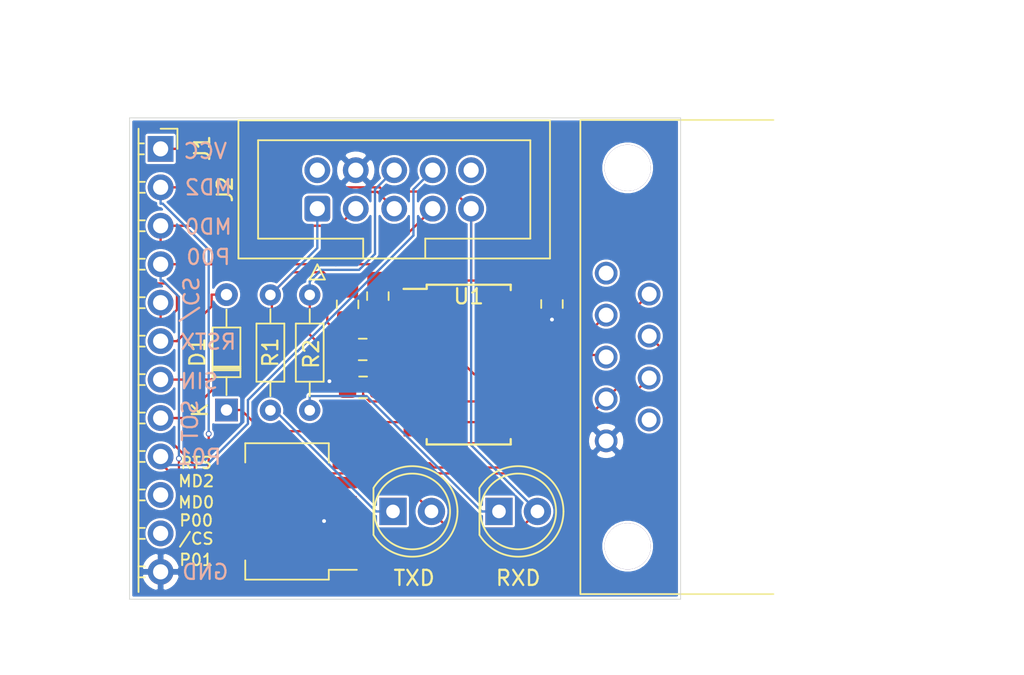
<source format=kicad_pcb>
(kicad_pcb (version 20171130) (host pcbnew "(5.1.7)-1")

  (general
    (thickness 1.6)
    (drawings 20)
    (tracks 217)
    (zones 0)
    (modules 15)
    (nets 33)
  )

  (page A4)
  (layers
    (0 F.Cu signal)
    (31 B.Cu signal)
    (32 B.Adhes user hide)
    (33 F.Adhes user hide)
    (34 B.Paste user hide)
    (35 F.Paste user hide)
    (36 B.SilkS user)
    (37 F.SilkS user)
    (38 B.Mask user)
    (39 F.Mask user)
    (40 Dwgs.User user hide)
    (41 Cmts.User user hide)
    (42 Eco1.User user)
    (43 Eco2.User user)
    (44 Edge.Cuts user)
    (45 Margin user)
    (46 B.CrtYd user)
    (47 F.CrtYd user hide)
    (48 B.Fab user hide)
    (49 F.Fab user hide)
  )

  (setup
    (last_trace_width 0.1524)
    (user_trace_width 0.1524)
    (trace_clearance 0.1524)
    (zone_clearance 0.1524)
    (zone_45_only no)
    (trace_min 0.1524)
    (via_size 0.381)
    (via_drill 0.254)
    (via_min_size 0.381)
    (via_min_drill 0.254)
    (user_via 0.381 0.254)
    (uvia_size 0.3)
    (uvia_drill 0.1)
    (uvias_allowed no)
    (uvia_min_size 0.2)
    (uvia_min_drill 0.1)
    (edge_width 0.05)
    (segment_width 0.2)
    (pcb_text_width 0.3)
    (pcb_text_size 1.5 1.5)
    (mod_edge_width 0.12)
    (mod_text_size 1 1)
    (mod_text_width 0.15)
    (pad_size 4.445 4.445)
    (pad_drill 3.048)
    (pad_to_mask_clearance 0)
    (aux_axis_origin 0 0)
    (visible_elements 7FFFFFFF)
    (pcbplotparams
      (layerselection 0x010f0_ffffffff)
      (usegerberextensions true)
      (usegerberattributes false)
      (usegerberadvancedattributes false)
      (creategerberjobfile false)
      (excludeedgelayer true)
      (linewidth 0.100000)
      (plotframeref false)
      (viasonmask false)
      (mode 1)
      (useauxorigin false)
      (hpglpennumber 1)
      (hpglpenspeed 20)
      (hpglpendiameter 15.000000)
      (psnegative false)
      (psa4output false)
      (plotreference true)
      (plotvalue false)
      (plotinvisibletext false)
      (padsonsilk false)
      (subtractmaskfromsilk true)
      (outputformat 1)
      (mirror false)
      (drillshape 0)
      (scaleselection 1)
      (outputdirectory "jlcgerber/"))
  )

  (net 0 "")
  (net 1 "Net-(C1-Pad2)")
  (net 2 "Net-(C1-Pad1)")
  (net 3 GND)
  (net 4 "Net-(C2-Pad1)")
  (net 5 "Net-(C3-Pad2)")
  (net 6 "Net-(C3-Pad1)")
  (net 7 "Net-(C4-Pad2)")
  (net 8 VCC)
  (net 9 /RSTX)
  (net 10 "Net-(D1-Pad1)")
  (net 11 "Net-(D2-Pad1)")
  (net 12 "Net-(D3-Pad1)")
  (net 13 "Net-(J1-Pad11)")
  (net 14 "Net-(J1-Pad10)")
  (net 15 /P01)
  (net 16 /SOT)
  (net 17 /SIN)
  (net 18 /!CS)
  (net 19 /P00)
  (net 20 /MD0)
  (net 21 /MD2)
  (net 22 "Net-(J2-Pad10)")
  (net 23 "Net-(J2-Pad2)")
  (net 24 /CTS)
  (net 25 /RTS)
  (net 26 "Net-(J3-Pad4)")
  (net 27 "Net-(J3-Pad3)")
  (net 28 "Net-(J3-Pad2)")
  (net 29 "Net-(U1-Pad10)")
  (net 30 "Net-(U1-Pad7)")
  (net 31 "Net-(J3-Pad9)")
  (net 32 "Net-(J3-Pad1)")

  (net_class Default "This is the default net class."
    (clearance 0.1524)
    (trace_width 0.1524)
    (via_dia 0.381)
    (via_drill 0.254)
    (uvia_dia 0.3)
    (uvia_drill 0.1)
    (add_net /!CS)
    (add_net /CTS)
    (add_net /MD0)
    (add_net /MD2)
    (add_net /P00)
    (add_net /P01)
    (add_net /RSTX)
    (add_net /RTS)
    (add_net /SIN)
    (add_net /SOT)
    (add_net GND)
    (add_net "Net-(C1-Pad1)")
    (add_net "Net-(C1-Pad2)")
    (add_net "Net-(C2-Pad1)")
    (add_net "Net-(C3-Pad1)")
    (add_net "Net-(C3-Pad2)")
    (add_net "Net-(C4-Pad2)")
    (add_net "Net-(D1-Pad1)")
    (add_net "Net-(D2-Pad1)")
    (add_net "Net-(D3-Pad1)")
    (add_net "Net-(J1-Pad10)")
    (add_net "Net-(J1-Pad11)")
    (add_net "Net-(J2-Pad10)")
    (add_net "Net-(J2-Pad2)")
    (add_net "Net-(J3-Pad1)")
    (add_net "Net-(J3-Pad2)")
    (add_net "Net-(J3-Pad3)")
    (add_net "Net-(J3-Pad4)")
    (add_net "Net-(J3-Pad9)")
    (add_net "Net-(U1-Pad10)")
    (add_net "Net-(U1-Pad7)")
    (add_net VCC)
  )

  (module Button_Switch_SMD:SW_DIP_SPSTx06_Slide_Copal_CHS-06B_W7.62mm_P1.27mm (layer F.Cu) (tedit 5A4E1407) (tstamp 63E60AF0)
    (at 140 106.2 180)
    (descr "SMD 6x-dip-switch SPST Copal_CHS-06B, Slide, row spacing 7.62 mm (300 mils), body size  (see http://www.nidec-copal-electronics.com/e/catalog/switch/chs.pdf), SMD")
    (tags "SMD DIP Switch SPST Slide 7.62mm 300mil SMD")
    (path /63EB683D)
    (attr smd)
    (fp_text reference SW1 (at 0 -5.505) (layer Cmts.User)
      (effects (font (size 1 1) (thickness 0.15)))
    )
    (fp_text value SW_DIP_x06 (at 0 5.505) (layer F.Fab)
      (effects (font (size 1 1) (thickness 0.15)))
    )
    (fp_line (start 4.9 -4.8) (end -4.9 -4.8) (layer F.CrtYd) (width 0.05))
    (fp_line (start 4.9 4.8) (end 4.9 -4.8) (layer F.CrtYd) (width 0.05))
    (fp_line (start -4.9 4.8) (end 4.9 4.8) (layer F.CrtYd) (width 0.05))
    (fp_line (start -4.9 -4.8) (end -4.9 4.8) (layer F.CrtYd) (width 0.05))
    (fp_line (start 2.76 3.235) (end 2.76 4.505) (layer F.SilkS) (width 0.12))
    (fp_line (start -2.76 3.235) (end -2.76 4.505) (layer F.SilkS) (width 0.12))
    (fp_line (start 2.76 -4.505) (end 2.76 -3.236) (layer F.SilkS) (width 0.12))
    (fp_line (start -2.76 -4.505) (end 2.76 -4.505) (layer F.SilkS) (width 0.12))
    (fp_line (start -2.76 -4.505) (end -2.76 -3.855) (layer F.SilkS) (width 0.12))
    (fp_line (start -4.61 -3.855) (end -2.76 -3.855) (layer F.SilkS) (width 0.12))
    (fp_line (start -2.76 4.505) (end 2.76 4.505) (layer F.SilkS) (width 0.12))
    (fp_line (start -0.5 2.925) (end -0.5 3.425) (layer F.Fab) (width 0.1))
    (fp_line (start -1.5 3.425) (end -0.5 3.425) (layer F.Fab) (width 0.1))
    (fp_line (start -1.5 3.325) (end -0.5 3.325) (layer F.Fab) (width 0.1))
    (fp_line (start -1.5 3.225) (end -0.5 3.225) (layer F.Fab) (width 0.1))
    (fp_line (start -1.5 3.125) (end -0.5 3.125) (layer F.Fab) (width 0.1))
    (fp_line (start -1.5 3.025) (end -0.5 3.025) (layer F.Fab) (width 0.1))
    (fp_line (start 1.5 2.925) (end -1.5 2.925) (layer F.Fab) (width 0.1))
    (fp_line (start 1.5 3.425) (end 1.5 2.925) (layer F.Fab) (width 0.1))
    (fp_line (start -1.5 3.425) (end 1.5 3.425) (layer F.Fab) (width 0.1))
    (fp_line (start -1.5 2.925) (end -1.5 3.425) (layer F.Fab) (width 0.1))
    (fp_line (start -0.5 1.655) (end -0.5 2.155) (layer F.Fab) (width 0.1))
    (fp_line (start -1.5 2.155) (end -0.5 2.155) (layer F.Fab) (width 0.1))
    (fp_line (start -1.5 2.055) (end -0.5 2.055) (layer F.Fab) (width 0.1))
    (fp_line (start -1.5 1.955) (end -0.5 1.955) (layer F.Fab) (width 0.1))
    (fp_line (start -1.5 1.855) (end -0.5 1.855) (layer F.Fab) (width 0.1))
    (fp_line (start -1.5 1.755) (end -0.5 1.755) (layer F.Fab) (width 0.1))
    (fp_line (start 1.5 1.655) (end -1.5 1.655) (layer F.Fab) (width 0.1))
    (fp_line (start 1.5 2.155) (end 1.5 1.655) (layer F.Fab) (width 0.1))
    (fp_line (start -1.5 2.155) (end 1.5 2.155) (layer F.Fab) (width 0.1))
    (fp_line (start -1.5 1.655) (end -1.5 2.155) (layer F.Fab) (width 0.1))
    (fp_line (start -0.5 0.385) (end -0.5 0.885) (layer F.Fab) (width 0.1))
    (fp_line (start -1.5 0.785) (end -0.5 0.785) (layer F.Fab) (width 0.1))
    (fp_line (start -1.5 0.685) (end -0.5 0.685) (layer F.Fab) (width 0.1))
    (fp_line (start -1.5 0.585) (end -0.5 0.585) (layer F.Fab) (width 0.1))
    (fp_line (start -1.5 0.485) (end -0.5 0.485) (layer F.Fab) (width 0.1))
    (fp_line (start 1.5 0.385) (end -1.5 0.385) (layer F.Fab) (width 0.1))
    (fp_line (start 1.5 0.885) (end 1.5 0.385) (layer F.Fab) (width 0.1))
    (fp_line (start -1.5 0.885) (end 1.5 0.885) (layer F.Fab) (width 0.1))
    (fp_line (start -1.5 0.385) (end -1.5 0.885) (layer F.Fab) (width 0.1))
    (fp_line (start -0.5 -0.885) (end -0.5 -0.385) (layer F.Fab) (width 0.1))
    (fp_line (start -1.5 -0.485) (end -0.5 -0.485) (layer F.Fab) (width 0.1))
    (fp_line (start -1.5 -0.585) (end -0.5 -0.585) (layer F.Fab) (width 0.1))
    (fp_line (start -1.5 -0.685) (end -0.5 -0.685) (layer F.Fab) (width 0.1))
    (fp_line (start -1.5 -0.785) (end -0.5 -0.785) (layer F.Fab) (width 0.1))
    (fp_line (start 1.5 -0.885) (end -1.5 -0.885) (layer F.Fab) (width 0.1))
    (fp_line (start 1.5 -0.385) (end 1.5 -0.885) (layer F.Fab) (width 0.1))
    (fp_line (start -1.5 -0.385) (end 1.5 -0.385) (layer F.Fab) (width 0.1))
    (fp_line (start -1.5 -0.885) (end -1.5 -0.385) (layer F.Fab) (width 0.1))
    (fp_line (start -0.5 -2.155) (end -0.5 -1.655) (layer F.Fab) (width 0.1))
    (fp_line (start -1.5 -1.755) (end -0.5 -1.755) (layer F.Fab) (width 0.1))
    (fp_line (start -1.5 -1.855) (end -0.5 -1.855) (layer F.Fab) (width 0.1))
    (fp_line (start -1.5 -1.955) (end -0.5 -1.955) (layer F.Fab) (width 0.1))
    (fp_line (start -1.5 -2.055) (end -0.5 -2.055) (layer F.Fab) (width 0.1))
    (fp_line (start 1.5 -2.155) (end -1.5 -2.155) (layer F.Fab) (width 0.1))
    (fp_line (start 1.5 -1.655) (end 1.5 -2.155) (layer F.Fab) (width 0.1))
    (fp_line (start -1.5 -1.655) (end 1.5 -1.655) (layer F.Fab) (width 0.1))
    (fp_line (start -1.5 -2.155) (end -1.5 -1.655) (layer F.Fab) (width 0.1))
    (fp_line (start -0.5 -3.425) (end -0.5 -2.925) (layer F.Fab) (width 0.1))
    (fp_line (start -1.5 -3.025) (end -0.5 -3.025) (layer F.Fab) (width 0.1))
    (fp_line (start -1.5 -3.125) (end -0.5 -3.125) (layer F.Fab) (width 0.1))
    (fp_line (start -1.5 -3.225) (end -0.5 -3.225) (layer F.Fab) (width 0.1))
    (fp_line (start -1.5 -3.325) (end -0.5 -3.325) (layer F.Fab) (width 0.1))
    (fp_line (start 1.5 -3.425) (end -1.5 -3.425) (layer F.Fab) (width 0.1))
    (fp_line (start 1.5 -2.925) (end 1.5 -3.425) (layer F.Fab) (width 0.1))
    (fp_line (start -1.5 -2.925) (end 1.5 -2.925) (layer F.Fab) (width 0.1))
    (fp_line (start -1.5 -3.425) (end -1.5 -2.925) (layer F.Fab) (width 0.1))
    (fp_line (start -2.7 -3.445) (end -1.7 -4.445) (layer F.Fab) (width 0.1))
    (fp_line (start -2.7 4.445) (end -2.7 -3.445) (layer F.Fab) (width 0.1))
    (fp_line (start 2.7 4.445) (end -2.7 4.445) (layer F.Fab) (width 0.1))
    (fp_line (start 2.7 -4.445) (end 2.7 4.445) (layer F.Fab) (width 0.1))
    (fp_line (start -1.7 -4.445) (end 2.7 -4.445) (layer F.Fab) (width 0.1))
    (fp_text user on (at 0.195 -3.935) (layer F.Fab)
      (effects (font (size 0.8 0.8) (thickness 0.12)))
    )
    (fp_text user %R (at 2.1 0 90) (layer F.Fab)
      (effects (font (size 0.8 0.8) (thickness 0.12)))
    )
    (pad 12 smd rect (at 3.81 -3.175 180) (size 1.6 0.76) (layers F.Cu F.Paste F.Mask)
      (net 15 /P01))
    (pad 6 smd rect (at -3.81 3.175 180) (size 1.6 0.76) (layers F.Cu F.Paste F.Mask)
      (net 24 /CTS))
    (pad 11 smd rect (at 3.81 -1.905 180) (size 1.6 0.76) (layers F.Cu F.Paste F.Mask)
      (net 18 /!CS))
    (pad 5 smd rect (at -3.81 1.905 180) (size 1.6 0.76) (layers F.Cu F.Paste F.Mask)
      (net 8 VCC))
    (pad 10 smd rect (at 3.81 -0.635 180) (size 1.6 0.76) (layers F.Cu F.Paste F.Mask)
      (net 19 /P00))
    (pad 4 smd rect (at -3.81 0.635 180) (size 1.6 0.76) (layers F.Cu F.Paste F.Mask)
      (net 3 GND))
    (pad 9 smd rect (at 3.81 0.635 180) (size 1.6 0.76) (layers F.Cu F.Paste F.Mask)
      (net 20 /MD0))
    (pad 3 smd rect (at -3.81 -0.635 180) (size 1.6 0.76) (layers F.Cu F.Paste F.Mask)
      (net 3 GND))
    (pad 8 smd rect (at 3.81 1.905 180) (size 1.6 0.76) (layers F.Cu F.Paste F.Mask)
      (net 21 /MD2))
    (pad 2 smd rect (at -3.81 -1.905 180) (size 1.6 0.76) (layers F.Cu F.Paste F.Mask)
      (net 3 GND))
    (pad 7 smd rect (at 3.81 3.175 180) (size 1.6 0.76) (layers F.Cu F.Paste F.Mask)
      (net 25 /RTS))
    (pad 1 smd rect (at -3.81 -3.175 180) (size 1.6 0.76) (layers F.Cu F.Paste F.Mask)
      (net 3 GND))
    (model ${KISYS3DMOD}/Button_Switch_SMD.3dshapes/SW_DIP_SPSTx06_Slide_Copal_CHS-06B_W7.62mm_P1.27mm.wrl
      (at (xyz 0 0 0))
      (scale (xyz 1 1 1))
      (rotate (xyz 0 0 0))
    )
  )

  (module Connector_PinSocket_2.54mm:PinSocket_1x12_P2.54mm_Horizontal (layer F.Cu) (tedit 63F861DB) (tstamp 63E5E72F)
    (at 131.65 82.25)
    (descr "Through hole angled socket strip, 1x12, 2.54mm pitch, 8.51mm socket length, single row (from Kicad 4.0.7), script generated")
    (tags "Through hole angled socket strip THT 1x12 2.54mm single row")
    (path /63E55E13)
    (fp_text reference J1 (at 2.75 -0.05 90) (layer F.SilkS)
      (effects (font (size 1 1) (thickness 0.15)))
    )
    (fp_text value Conn_01x12_Female (at -4.38 30.71) (layer F.Fab)
      (effects (font (size 1 1) (thickness 0.15)))
    )
    (fp_line (start -10.55 -1.75) (end -10.55 29.75) (layer F.CrtYd) (width 0.12))
    (fp_line (start 1.75 29.75) (end 1.75 -1.75) (layer F.CrtYd) (width 0.05))
    (fp_line (start -10.55 29.75) (end 1.75 29.75) (layer F.CrtYd) (width 0.05))
    (fp_line (start 1.75 -1.75) (end -10.55 -1.75) (layer F.CrtYd) (width 0.05))
    (fp_line (start 0 -1.33) (end 1.11 -1.33) (layer F.SilkS) (width 0.12))
    (fp_line (start 1.11 -1.33) (end 1.11 0) (layer F.SilkS) (width 0.12))
    (fp_line (start -1.46 -1.33) (end -1.46 29.27) (layer F.SilkS) (width 0.12))
    (fp_line (start -1.46 28.3) (end -1.05 28.3) (layer F.SilkS) (width 0.12))
    (fp_line (start -1.46 27.58) (end -1.05 27.58) (layer F.SilkS) (width 0.12))
    (fp_line (start -1.46 25.76) (end -1.05 25.76) (layer F.SilkS) (width 0.12))
    (fp_line (start -1.46 25.04) (end -1.05 25.04) (layer F.SilkS) (width 0.12))
    (fp_line (start -1.46 23.22) (end -1.05 23.22) (layer F.SilkS) (width 0.12))
    (fp_line (start -1.46 22.5) (end -1.05 22.5) (layer F.SilkS) (width 0.12))
    (fp_line (start -1.46 20.68) (end -1.05 20.68) (layer F.SilkS) (width 0.12))
    (fp_line (start -1.46 19.96) (end -1.05 19.96) (layer F.SilkS) (width 0.12))
    (fp_line (start -1.46 18.14) (end -1.05 18.14) (layer F.SilkS) (width 0.12))
    (fp_line (start -1.46 17.42) (end -1.05 17.42) (layer F.SilkS) (width 0.12))
    (fp_line (start -1.46 15.6) (end -1.05 15.6) (layer F.SilkS) (width 0.12))
    (fp_line (start -1.46 14.88) (end -1.05 14.88) (layer F.SilkS) (width 0.12))
    (fp_line (start -1.46 13.06) (end -1.05 13.06) (layer F.SilkS) (width 0.12))
    (fp_line (start -1.46 12.34) (end -1.05 12.34) (layer F.SilkS) (width 0.12))
    (fp_line (start -1.46 10.52) (end -1.05 10.52) (layer F.SilkS) (width 0.12))
    (fp_line (start -1.46 9.8) (end -1.05 9.8) (layer F.SilkS) (width 0.12))
    (fp_line (start -1.46 7.98) (end -1.05 7.98) (layer F.SilkS) (width 0.12))
    (fp_line (start -1.46 7.26) (end -1.05 7.26) (layer F.SilkS) (width 0.12))
    (fp_line (start -1.46 5.44) (end -1.05 5.44) (layer F.SilkS) (width 0.12))
    (fp_line (start -1.46 4.72) (end -1.05 4.72) (layer F.SilkS) (width 0.12))
    (fp_line (start -1.46 2.9) (end -1.05 2.9) (layer F.SilkS) (width 0.12))
    (fp_line (start -1.46 2.18) (end -1.05 2.18) (layer F.SilkS) (width 0.12))
    (fp_line (start -1.46 0.36) (end -1.11 0.36) (layer F.SilkS) (width 0.12))
    (fp_line (start -1.46 -0.36) (end -1.11 -0.36) (layer F.SilkS) (width 0.12))
    (fp_line (start 0 28.24) (end 0 27.64) (layer F.Fab) (width 0.1))
    (fp_line (start -1.52 28.24) (end 0 28.24) (layer F.Fab) (width 0.1))
    (fp_line (start 0 27.64) (end -1.52 27.64) (layer F.Fab) (width 0.1))
    (fp_line (start 0 25.7) (end 0 25.1) (layer F.Fab) (width 0.1))
    (fp_line (start -1.52 25.7) (end 0 25.7) (layer F.Fab) (width 0.1))
    (fp_line (start 0 25.1) (end -1.52 25.1) (layer F.Fab) (width 0.1))
    (fp_line (start 0 23.16) (end 0 22.56) (layer F.Fab) (width 0.1))
    (fp_line (start -1.52 23.16) (end 0 23.16) (layer F.Fab) (width 0.1))
    (fp_line (start 0 22.56) (end -1.52 22.56) (layer F.Fab) (width 0.1))
    (fp_line (start 0 20.62) (end 0 20.02) (layer F.Fab) (width 0.1))
    (fp_line (start -1.52 20.62) (end 0 20.62) (layer F.Fab) (width 0.1))
    (fp_line (start 0 20.02) (end -1.52 20.02) (layer F.Fab) (width 0.1))
    (fp_line (start 0 18.08) (end 0 17.48) (layer F.Fab) (width 0.1))
    (fp_line (start -1.52 18.08) (end 0 18.08) (layer F.Fab) (width 0.1))
    (fp_line (start 0 17.48) (end -1.52 17.48) (layer F.Fab) (width 0.1))
    (fp_line (start 0 15.54) (end 0 14.94) (layer F.Fab) (width 0.1))
    (fp_line (start -1.52 15.54) (end 0 15.54) (layer F.Fab) (width 0.1))
    (fp_line (start 0 14.94) (end -1.52 14.94) (layer F.Fab) (width 0.1))
    (fp_line (start 0 13) (end 0 12.4) (layer F.Fab) (width 0.1))
    (fp_line (start -1.52 13) (end 0 13) (layer F.Fab) (width 0.1))
    (fp_line (start 0 12.4) (end -1.52 12.4) (layer F.Fab) (width 0.1))
    (fp_line (start 0 10.46) (end 0 9.86) (layer F.Fab) (width 0.1))
    (fp_line (start -1.52 10.46) (end 0 10.46) (layer F.Fab) (width 0.1))
    (fp_line (start 0 9.86) (end -1.52 9.86) (layer F.Fab) (width 0.1))
    (fp_line (start 0 7.92) (end 0 7.32) (layer F.Fab) (width 0.1))
    (fp_line (start -1.52 7.92) (end 0 7.92) (layer F.Fab) (width 0.1))
    (fp_line (start 0 7.32) (end -1.52 7.32) (layer F.Fab) (width 0.1))
    (fp_line (start 0 5.38) (end 0 4.78) (layer F.Fab) (width 0.1))
    (fp_line (start -1.52 5.38) (end 0 5.38) (layer F.Fab) (width 0.1))
    (fp_line (start 0 4.78) (end -1.52 4.78) (layer F.Fab) (width 0.1))
    (fp_line (start 0 2.84) (end 0 2.24) (layer F.Fab) (width 0.1))
    (fp_line (start -1.52 2.84) (end 0 2.84) (layer F.Fab) (width 0.1))
    (fp_line (start 0 2.24) (end -1.52 2.24) (layer F.Fab) (width 0.1))
    (fp_line (start 0 0.3) (end 0 -0.3) (layer F.Fab) (width 0.1))
    (fp_line (start -1.52 0.3) (end 0 0.3) (layer F.Fab) (width 0.1))
    (fp_line (start 0 -0.3) (end -1.52 -0.3) (layer F.Fab) (width 0.1))
    (pad 12 thru_hole oval (at 0 27.94) (size 1.7 1.7) (drill 1) (layers *.Cu *.Mask)
      (net 3 GND))
    (pad 11 thru_hole oval (at 0 25.4) (size 1.7 1.7) (drill 1) (layers *.Cu *.Mask)
      (net 13 "Net-(J1-Pad11)"))
    (pad 10 thru_hole oval (at 0 22.86) (size 1.7 1.7) (drill 1) (layers *.Cu *.Mask)
      (net 14 "Net-(J1-Pad10)"))
    (pad 9 thru_hole oval (at 0 20.32) (size 1.7 1.7) (drill 1) (layers *.Cu *.Mask)
      (net 15 /P01))
    (pad 8 thru_hole oval (at 0 17.78) (size 1.7 1.7) (drill 1) (layers *.Cu *.Mask)
      (net 16 /SOT))
    (pad 7 thru_hole oval (at 0 15.24) (size 1.7 1.7) (drill 1) (layers *.Cu *.Mask)
      (net 17 /SIN))
    (pad 6 thru_hole oval (at 0 12.7) (size 1.7 1.7) (drill 1) (layers *.Cu *.Mask)
      (net 9 /RSTX))
    (pad 5 thru_hole oval (at 0 10.16) (size 1.7 1.7) (drill 1) (layers *.Cu *.Mask)
      (net 18 /!CS))
    (pad 4 thru_hole oval (at 0 7.62) (size 1.7 1.7) (drill 1) (layers *.Cu *.Mask)
      (net 19 /P00))
    (pad 3 thru_hole oval (at 0 5.08) (size 1.7 1.7) (drill 1) (layers *.Cu *.Mask)
      (net 20 /MD0))
    (pad 2 thru_hole oval (at 0 2.54) (size 1.7 1.7) (drill 1) (layers *.Cu *.Mask)
      (net 21 /MD2))
    (pad 1 thru_hole rect (at 0 0) (size 1.7 1.7) (drill 1) (layers *.Cu *.Mask)
      (net 8 VCC))
    (model ${KISYS3DMOD}/Connector_PinSocket_2.54mm.3dshapes/PinSocket_1x12_P2.54mm_Horizontal.wrl
      (at (xyz 0 0 0))
      (scale (xyz 1 1 1))
      (rotate (xyz 0 0 0))
    )
  )

  (module "MB9X-UART:A-DF 09 A&slash_KG-T2S" (layer F.Cu) (tedit 63F71ABE) (tstamp 63E60040)
    (at 172 96 270)
    (path /63E54BD7)
    (fp_text reference J3 (at 0 0 90) (layer Cmts.User)
      (effects (font (size 1 1) (thickness 0.15)))
    )
    (fp_text value DB9_Female (at 0 0 90) (layer Cmts.User)
      (effects (font (size 1 1) (thickness 0.15)))
    )
    (fp_line (start -15.7861 -6.35) (end -15.7861 12.7508) (layer F.CrtYd) (width 0.05))
    (fp_line (start -15.7861 12.7508) (end 15.7861 12.7508) (layer F.CrtYd) (width 0.05))
    (fp_line (start 15.7861 12.7508) (end 15.7861 -6.35) (layer F.CrtYd) (width 0.05))
    (fp_line (start -4.154999 8.079999) (end -4.154999 -9.017) (layer Cmts.User) (width 0.1))
    (fp_line (start -1.385 8.079999) (end -1.385 -9.017) (layer Cmts.User) (width 0.1))
    (fp_line (start -4.154999 -8.636) (end -5.424999 -8.636) (layer Cmts.User) (width 0.1))
    (fp_line (start -1.385 -8.636) (end -0.115 -8.636) (layer Cmts.User) (width 0.1))
    (fp_line (start -4.154999 -8.636) (end -4.408999 -8.763) (layer Cmts.User) (width 0.1))
    (fp_line (start -4.154999 -8.636) (end -4.408999 -8.509) (layer Cmts.User) (width 0.1))
    (fp_line (start -4.408999 -8.763) (end -4.408999 -8.509) (layer Cmts.User) (width 0.1))
    (fp_line (start -1.385 -8.636) (end -1.131 -8.763) (layer Cmts.User) (width 0.1))
    (fp_line (start -1.385 -8.636) (end -1.131 -8.509) (layer Cmts.User) (width 0.1))
    (fp_line (start -1.131 -8.763) (end -1.131 -8.509) (layer Cmts.User) (width 0.1))
    (fp_line (start -8.4582 -6.096) (end -8.4582 -11.557) (layer Cmts.User) (width 0.1))
    (fp_line (start 8.4582 -6.096) (end 8.4582 -11.557) (layer Cmts.User) (width 0.1))
    (fp_line (start -8.4582 -11.176) (end 8.4582 -11.176) (layer Cmts.User) (width 0.1))
    (fp_line (start -8.4582 -11.176) (end -8.2042 -11.303) (layer Cmts.User) (width 0.1))
    (fp_line (start -8.4582 -11.176) (end -8.2042 -11.049) (layer Cmts.User) (width 0.1))
    (fp_line (start -8.2042 -11.303) (end -8.2042 -11.049) (layer Cmts.User) (width 0.1))
    (fp_line (start 8.4582 -11.176) (end 8.2042 -11.303) (layer Cmts.User) (width 0.1))
    (fp_line (start 8.4582 -11.176) (end 8.2042 -11.049) (layer Cmts.User) (width 0.1))
    (fp_line (start 8.2042 -11.303) (end 8.2042 -11.049) (layer Cmts.User) (width 0.1))
    (fp_line (start -12.495 9.499998) (end -12.495 -14.097) (layer Cmts.User) (width 0.1))
    (fp_line (start 12.495 9.499998) (end 12.495 -14.097) (layer Cmts.User) (width 0.1))
    (fp_line (start -12.495 -13.716) (end 12.495 -13.716) (layer Cmts.User) (width 0.1))
    (fp_line (start -12.495 -13.716) (end -12.241 -13.843) (layer Cmts.User) (width 0.1))
    (fp_line (start -12.495 -13.716) (end -12.241 -13.589) (layer Cmts.User) (width 0.1))
    (fp_line (start -12.241 -13.843) (end -12.241 -13.589) (layer Cmts.User) (width 0.1))
    (fp_line (start 12.495 -13.716) (end 12.241 -13.843) (layer Cmts.User) (width 0.1))
    (fp_line (start 12.495 -13.716) (end 12.241 -13.589) (layer Cmts.User) (width 0.1))
    (fp_line (start 12.241 -13.843) (end 12.241 -13.589) (layer Cmts.User) (width 0.1))
    (fp_line (start -15.5321 12.4968) (end -15.5321 -16.637) (layer Cmts.User) (width 0.1))
    (fp_line (start 15.5321 12.4968) (end 15.5321 -16.637) (layer Cmts.User) (width 0.1))
    (fp_line (start -15.5321 -16.256) (end 15.5321 -16.256) (layer Cmts.User) (width 0.1))
    (fp_line (start -15.5321 -16.256) (end -15.2781 -16.383) (layer Cmts.User) (width 0.1))
    (fp_line (start -15.5321 -16.256) (end -15.2781 -16.129) (layer Cmts.User) (width 0.1))
    (fp_line (start -15.2781 -16.383) (end -15.2781 -16.129) (layer Cmts.User) (width 0.1))
    (fp_line (start 15.5321 -16.256) (end 15.2781 -16.383) (layer Cmts.User) (width 0.1))
    (fp_line (start 15.5321 -16.256) (end 15.2781 -16.129) (layer Cmts.User) (width 0.1))
    (fp_line (start 15.2781 -16.383) (end 15.2781 -16.129) (layer Cmts.User) (width 0.1))
    (fp_line (start -4.154999 7.975998) (end -20.9931 7.975998) (layer Cmts.User) (width 0.1))
    (fp_line (start -5.539999 11.023998) (end -20.9931 11.023998) (layer Cmts.User) (width 0.1))
    (fp_line (start -20.6121 7.975998) (end -20.6121 6.705998) (layer Cmts.User) (width 0.1))
    (fp_line (start -20.6121 11.023998) (end -20.6121 12.293998) (layer Cmts.User) (width 0.1))
    (fp_line (start -20.6121 7.975998) (end -20.7391 7.721998) (layer Cmts.User) (width 0.1))
    (fp_line (start -20.6121 7.975998) (end -20.4851 7.721998) (layer Cmts.User) (width 0.1))
    (fp_line (start -20.7391 7.721998) (end -20.4851 7.721998) (layer Cmts.User) (width 0.1))
    (fp_line (start -20.6121 11.023998) (end -20.7391 11.277998) (layer Cmts.User) (width 0.1))
    (fp_line (start -20.6121 11.023998) (end -20.4851 11.277998) (layer Cmts.User) (width 0.1))
    (fp_line (start -20.7391 11.277998) (end -20.4851 11.277998) (layer Cmts.User) (width 0.1))
    (fp_line (start 4.154999 8.079999) (end 20.9931 8.079999) (layer Cmts.User) (width 0.1))
    (fp_line (start 5.539999 10.919999) (end 20.9931 10.919999) (layer Cmts.User) (width 0.1))
    (fp_line (start 20.6121 8.079999) (end 20.6121 6.809999) (layer Cmts.User) (width 0.1))
    (fp_line (start 20.6121 10.919999) (end 20.6121 12.189999) (layer Cmts.User) (width 0.1))
    (fp_line (start 20.6121 8.079999) (end 20.4851 7.825999) (layer Cmts.User) (width 0.1))
    (fp_line (start 20.6121 8.079999) (end 20.7391 7.825999) (layer Cmts.User) (width 0.1))
    (fp_line (start 20.4851 7.825999) (end 20.7391 7.825999) (layer Cmts.User) (width 0.1))
    (fp_line (start 20.6121 10.919999) (end 20.4851 11.173999) (layer Cmts.User) (width 0.1))
    (fp_line (start 20.6121 10.919999) (end 20.7391 11.173999) (layer Cmts.User) (width 0.1))
    (fp_line (start 20.4851 11.173999) (end 20.7391 11.173999) (layer Cmts.User) (width 0.1))
    (fp_line (start -15.5321 0) (end -18.4531 0) (layer Cmts.User) (width 0.1))
    (fp_line (start -12.495 9.499998) (end -18.4531 9.499998) (layer Cmts.User) (width 0.1))
    (fp_line (start -18.0721 0) (end -18.0721 9.499998) (layer Cmts.User) (width 0.1))
    (fp_line (start -18.0721 0) (end -18.1991 0.254) (layer Cmts.User) (width 0.1))
    (fp_line (start -18.0721 0) (end -17.9451 0.254) (layer Cmts.User) (width 0.1))
    (fp_line (start -18.1991 0.254) (end -17.9451 0.254) (layer Cmts.User) (width 0.1))
    (fp_line (start -18.0721 9.499998) (end -18.1991 9.245998) (layer Cmts.User) (width 0.1))
    (fp_line (start -18.0721 9.499998) (end -17.9451 9.245998) (layer Cmts.User) (width 0.1))
    (fp_line (start -18.1991 9.245998) (end -17.9451 9.245998) (layer Cmts.User) (width 0.1))
    (fp_line (start -15.5321 0) (end -23.5331 0) (layer Cmts.User) (width 0.1))
    (fp_line (start -15.5321 12.4968) (end -23.5331 12.4968) (layer Cmts.User) (width 0.1))
    (fp_line (start -23.1521 0) (end -23.1521 12.4968) (layer Cmts.User) (width 0.1))
    (fp_line (start -23.1521 0) (end -23.2791 0.254) (layer Cmts.User) (width 0.1))
    (fp_line (start -23.1521 0) (end -23.0251 0.254) (layer Cmts.User) (width 0.1))
    (fp_line (start -23.2791 0.254) (end -23.0251 0.254) (layer Cmts.User) (width 0.1))
    (fp_line (start -23.1521 12.4968) (end -23.2791 12.2428) (layer Cmts.User) (width 0.1))
    (fp_line (start -23.1521 12.4968) (end -23.0251 12.2428) (layer Cmts.User) (width 0.1))
    (fp_line (start -23.2791 12.2428) (end -23.0251 12.2428) (layer Cmts.User) (width 0.1))
    (fp_line (start -15.5321 -6.096) (end -23.5331 -6.096) (layer Cmts.User) (width 0.1))
    (fp_line (start -15.5321 0) (end -23.5331 0) (layer Cmts.User) (width 0.1))
    (fp_line (start -23.1521 -6.096) (end -23.1521 0) (layer Cmts.User) (width 0.1))
    (fp_line (start -23.1521 -6.096) (end -23.2791 -5.842) (layer Cmts.User) (width 0.1))
    (fp_line (start -23.1521 -6.096) (end -23.0251 -5.842) (layer Cmts.User) (width 0.1))
    (fp_line (start -23.2791 -5.842) (end -23.0251 -5.842) (layer Cmts.User) (width 0.1))
    (fp_line (start -23.1521 0) (end -23.2791 -0.254) (layer Cmts.User) (width 0.1))
    (fp_line (start -23.1521 0) (end -23.0251 -0.254) (layer Cmts.User) (width 0.1))
    (fp_line (start -23.2791 -0.254) (end -23.0251 -0.254) (layer Cmts.User) (width 0.1))
    (fp_line (start -15.6591 12.6238) (end 15.6591 12.6238) (layer F.SilkS) (width 0.12))
    (fp_line (start 15.6591 12.6238) (end 15.6591 -0.127) (layer F.SilkS) (width 0.12))
    (fp_line (start -15.6591 -0.127) (end -15.6591 12.6238) (layer F.SilkS) (width 0.12))
    (fp_line (start -15.5321 12.4968) (end 15.5321 12.4968) (layer F.Fab) (width 0.1))
    (fp_line (start 15.5321 12.4968) (end 15.5321 0) (layer F.Fab) (width 0.1))
    (fp_line (start -15.5321 0) (end -15.5321 12.4968) (layer F.Fab) (width 0.1))
    (fp_line (start -15.7861 -6.35) (end 15.7861 -6.35) (layer F.CrtYd) (width 0.05))
    (pad 11 thru_hole circle (at 12.495 9.499998 270) (size 3.048 3.048) (drill 3.048) (layers *.Cu *.Mask))
    (pad 10 thru_hole circle (at -12.495 9.499998 270) (size 3.048 3.048) (drill 3.048) (layers *.Cu *.Mask))
    (pad 9 thru_hole circle (at 4.154998 8.079999 270) (size 1.4986 1.4986) (drill 0.9906) (layers *.Cu *.Mask)
      (net 31 "Net-(J3-Pad9)"))
    (pad 8 thru_hole circle (at 1.384998 8.079999 270) (size 1.4986 1.4986) (drill 0.9906) (layers *.Cu *.Mask)
      (net 24 /CTS))
    (pad 7 thru_hole circle (at -1.385001 8.079999 270) (size 1.4986 1.4986) (drill 0.9906) (layers *.Cu *.Mask)
      (net 25 /RTS))
    (pad 6 thru_hole circle (at -4.155001 8.079999 270) (size 1.4986 1.4986) (drill 0.9906) (layers *.Cu *.Mask)
      (net 26 "Net-(J3-Pad4)"))
    (pad 5 thru_hole circle (at 5.539999 10.919998 270) (size 1.4986 1.4986) (drill 0.9906) (layers *.Cu *.Mask)
      (net 3 GND))
    (pad 4 thru_hole circle (at 2.77 10.919998 270) (size 1.4986 1.4986) (drill 0.9906) (layers *.Cu *.Mask)
      (net 26 "Net-(J3-Pad4)"))
    (pad 3 thru_hole circle (at 0 10.919998 270) (size 1.4986 1.4986) (drill 0.9906) (layers *.Cu *.Mask)
      (net 27 "Net-(J3-Pad3)"))
    (pad 2 thru_hole circle (at -2.77 10.919998 270) (size 1.4986 1.4986) (drill 0.9906) (layers *.Cu *.Mask)
      (net 28 "Net-(J3-Pad2)"))
    (pad 1 thru_hole circle (at -5.539999 10.919998 270) (size 1.4986 1.4986) (drill 0.9906) (layers *.Cu *.Mask)
      (net 32 "Net-(J3-Pad1)"))
    (model ${KISYS3DMOD}/Connector_Dsub.3dshapes/DSUB-9_Female_Horizontal_P2.77x2.84mm_EdgePinOffset9.90mm_Housed_MountingHolesOffset11.32mm.wrl
      (offset (xyz -5.588 -11.176 0))
      (scale (xyz 1 1 1))
      (rotate (xyz 0 0 180))
    )
  )

  (module Resistor_THT:R_Axial_DIN0204_L3.6mm_D1.6mm_P7.62mm_Horizontal (layer F.Cu) (tedit 5AE5139B) (tstamp 63E613C1)
    (at 141.5 91.9 270)
    (descr "Resistor, Axial_DIN0204 series, Axial, Horizontal, pin pitch=7.62mm, 0.167W, length*diameter=3.6*1.6mm^2, http://cdn-reichelt.de/documents/datenblatt/B400/1_4W%23YAG.pdf")
    (tags "Resistor Axial_DIN0204 series Axial Horizontal pin pitch 7.62mm 0.167W length 3.6mm diameter 1.6mm")
    (path /63EAD815)
    (fp_text reference R2 (at 3.9 -0.1 90) (layer F.SilkS)
      (effects (font (size 1 1) (thickness 0.15)))
    )
    (fp_text value 1k (at 3.81 1.92 90) (layer F.Fab)
      (effects (font (size 1 1) (thickness 0.15)))
    )
    (fp_line (start 2.01 -0.8) (end 2.01 0.8) (layer F.Fab) (width 0.1))
    (fp_line (start 2.01 0.8) (end 5.61 0.8) (layer F.Fab) (width 0.1))
    (fp_line (start 5.61 0.8) (end 5.61 -0.8) (layer F.Fab) (width 0.1))
    (fp_line (start 5.61 -0.8) (end 2.01 -0.8) (layer F.Fab) (width 0.1))
    (fp_line (start 0 0) (end 2.01 0) (layer F.Fab) (width 0.1))
    (fp_line (start 7.62 0) (end 5.61 0) (layer F.Fab) (width 0.1))
    (fp_line (start 1.89 -0.92) (end 1.89 0.92) (layer F.SilkS) (width 0.12))
    (fp_line (start 1.89 0.92) (end 5.73 0.92) (layer F.SilkS) (width 0.12))
    (fp_line (start 5.73 0.92) (end 5.73 -0.92) (layer F.SilkS) (width 0.12))
    (fp_line (start 5.73 -0.92) (end 1.89 -0.92) (layer F.SilkS) (width 0.12))
    (fp_line (start 0.94 0) (end 1.89 0) (layer F.SilkS) (width 0.12))
    (fp_line (start 6.68 0) (end 5.73 0) (layer F.SilkS) (width 0.12))
    (fp_line (start -0.95 -1.05) (end -0.95 1.05) (layer F.CrtYd) (width 0.05))
    (fp_line (start -0.95 1.05) (end 8.57 1.05) (layer F.CrtYd) (width 0.05))
    (fp_line (start 8.57 1.05) (end 8.57 -1.05) (layer F.CrtYd) (width 0.05))
    (fp_line (start 8.57 -1.05) (end -0.95 -1.05) (layer F.CrtYd) (width 0.05))
    (fp_text user %R (at 3.81 0 90) (layer F.Fab)
      (effects (font (size 0.72 0.72) (thickness 0.108)))
    )
    (pad 2 thru_hole oval (at 7.62 0 270) (size 1.4 1.4) (drill 0.7) (layers *.Cu *.Mask)
      (net 12 "Net-(D3-Pad1)"))
    (pad 1 thru_hole circle (at 0 0 270) (size 1.4 1.4) (drill 0.7) (layers *.Cu *.Mask)
      (net 16 /SOT))
    (model ${KISYS3DMOD}/Resistor_THT.3dshapes/R_Axial_DIN0204_L3.6mm_D1.6mm_P7.62mm_Horizontal.wrl
      (at (xyz 0 0 0))
      (scale (xyz 1 1 1))
      (rotate (xyz 0 0 0))
    )
  )

  (module Resistor_THT:R_Axial_DIN0204_L3.6mm_D1.6mm_P7.62mm_Horizontal (layer F.Cu) (tedit 5AE5139B) (tstamp 63F79372)
    (at 138.9 91.9 270)
    (descr "Resistor, Axial_DIN0204 series, Axial, Horizontal, pin pitch=7.62mm, 0.167W, length*diameter=3.6*1.6mm^2, http://cdn-reichelt.de/documents/datenblatt/B400/1_4W%23YAG.pdf")
    (tags "Resistor Axial_DIN0204 series Axial Horizontal pin pitch 7.62mm 0.167W length 3.6mm diameter 1.6mm")
    (path /63EA90E4)
    (fp_text reference R1 (at 3.8 0 90) (layer F.SilkS)
      (effects (font (size 1 1) (thickness 0.15)))
    )
    (fp_text value 1k (at 3.81 1.92 90) (layer F.Fab)
      (effects (font (size 1 1) (thickness 0.15)))
    )
    (fp_line (start 2.01 -0.8) (end 2.01 0.8) (layer F.Fab) (width 0.1))
    (fp_line (start 2.01 0.8) (end 5.61 0.8) (layer F.Fab) (width 0.1))
    (fp_line (start 5.61 0.8) (end 5.61 -0.8) (layer F.Fab) (width 0.1))
    (fp_line (start 5.61 -0.8) (end 2.01 -0.8) (layer F.Fab) (width 0.1))
    (fp_line (start 0 0) (end 2.01 0) (layer F.Fab) (width 0.1))
    (fp_line (start 7.62 0) (end 5.61 0) (layer F.Fab) (width 0.1))
    (fp_line (start 1.89 -0.92) (end 1.89 0.92) (layer F.SilkS) (width 0.12))
    (fp_line (start 1.89 0.92) (end 5.73 0.92) (layer F.SilkS) (width 0.12))
    (fp_line (start 5.73 0.92) (end 5.73 -0.92) (layer F.SilkS) (width 0.12))
    (fp_line (start 5.73 -0.92) (end 1.89 -0.92) (layer F.SilkS) (width 0.12))
    (fp_line (start 0.94 0) (end 1.89 0) (layer F.SilkS) (width 0.12))
    (fp_line (start 6.68 0) (end 5.73 0) (layer F.SilkS) (width 0.12))
    (fp_line (start -0.95 -1.05) (end -0.95 1.05) (layer F.CrtYd) (width 0.05))
    (fp_line (start -0.95 1.05) (end 8.57 1.05) (layer F.CrtYd) (width 0.05))
    (fp_line (start 8.57 1.05) (end 8.57 -1.05) (layer F.CrtYd) (width 0.05))
    (fp_line (start 8.57 -1.05) (end -0.95 -1.05) (layer F.CrtYd) (width 0.05))
    (fp_text user %R (at 3.81 0 90) (layer F.Fab)
      (effects (font (size 0.72 0.72) (thickness 0.108)))
    )
    (pad 2 thru_hole oval (at 7.62 0 270) (size 1.4 1.4) (drill 0.7) (layers *.Cu *.Mask)
      (net 11 "Net-(D2-Pad1)"))
    (pad 1 thru_hole circle (at 0 0 270) (size 1.4 1.4) (drill 0.7) (layers *.Cu *.Mask)
      (net 17 /SIN))
    (model ${KISYS3DMOD}/Resistor_THT.3dshapes/R_Axial_DIN0204_L3.6mm_D1.6mm_P7.62mm_Horizontal.wrl
      (at (xyz 0 0 0))
      (scale (xyz 1 1 1))
      (rotate (xyz 0 0 0))
    )
  )

  (module Package_SO:SOIC-16W_5.3x10.2mm_P1.27mm (layer F.Cu) (tedit 5A02F2D3) (tstamp 63E61409)
    (at 152 96.5)
    (descr "16-Lead Plastic Small Outline (SO) - Wide, 5.3 mm Body (http://www.ti.com/lit/ml/msop002a/msop002a.pdf)")
    (tags "SOIC 1.27")
    (path /63E57DE5)
    (attr smd)
    (fp_text reference U1 (at 0 -4.5) (layer F.SilkS)
      (effects (font (size 1 1) (thickness 0.15)))
    )
    (fp_text value MAX232I (at 0 6.2) (layer F.Fab)
      (effects (font (size 1 1) (thickness 0.15)))
    )
    (fp_line (start -2.775 -5) (end -4.3 -5) (layer F.SilkS) (width 0.15))
    (fp_line (start -2.775 5.275) (end 2.775 5.275) (layer F.SilkS) (width 0.15))
    (fp_line (start -2.775 -5.275) (end 2.775 -5.275) (layer F.SilkS) (width 0.15))
    (fp_line (start -2.775 5.275) (end -2.775 4.92) (layer F.SilkS) (width 0.15))
    (fp_line (start 2.775 5.275) (end 2.775 4.92) (layer F.SilkS) (width 0.15))
    (fp_line (start 2.775 -5.275) (end 2.775 -4.92) (layer F.SilkS) (width 0.15))
    (fp_line (start -2.775 -5.275) (end -2.775 -5) (layer F.SilkS) (width 0.15))
    (fp_line (start -4.55 5.45) (end 4.55 5.45) (layer F.CrtYd) (width 0.05))
    (fp_line (start -4.55 -5.45) (end 4.55 -5.45) (layer F.CrtYd) (width 0.05))
    (fp_line (start 4.55 -5.45) (end 4.55 5.45) (layer F.CrtYd) (width 0.05))
    (fp_line (start -4.55 -5.45) (end -4.55 5.45) (layer F.CrtYd) (width 0.05))
    (fp_line (start -2.65 -4.1) (end -1.65 -5.1) (layer F.Fab) (width 0.15))
    (fp_line (start -2.65 5.1) (end -2.65 -4.1) (layer F.Fab) (width 0.15))
    (fp_line (start 2.65 5.1) (end -2.65 5.1) (layer F.Fab) (width 0.15))
    (fp_line (start 2.65 -5.1) (end 2.65 5.1) (layer F.Fab) (width 0.15))
    (fp_line (start -1.65 -5.1) (end 2.65 -5.1) (layer F.Fab) (width 0.15))
    (fp_text user %R (at 0 0) (layer F.Fab)
      (effects (font (size 1 1) (thickness 0.15)))
    )
    (pad 16 smd rect (at 3.55 -4.445) (size 1.5 0.6) (layers F.Cu F.Paste F.Mask)
      (net 8 VCC))
    (pad 15 smd rect (at 3.55 -3.175) (size 1.5 0.6) (layers F.Cu F.Paste F.Mask)
      (net 3 GND))
    (pad 14 smd rect (at 3.55 -1.905) (size 1.5 0.6) (layers F.Cu F.Paste F.Mask)
      (net 28 "Net-(J3-Pad2)"))
    (pad 13 smd rect (at 3.55 -0.635) (size 1.5 0.6) (layers F.Cu F.Paste F.Mask)
      (net 27 "Net-(J3-Pad3)"))
    (pad 12 smd rect (at 3.55 0.635) (size 1.5 0.6) (layers F.Cu F.Paste F.Mask)
      (net 17 /SIN))
    (pad 11 smd rect (at 3.55 1.905) (size 1.5 0.6) (layers F.Cu F.Paste F.Mask)
      (net 16 /SOT))
    (pad 10 smd rect (at 3.55 3.175) (size 1.5 0.6) (layers F.Cu F.Paste F.Mask)
      (net 29 "Net-(U1-Pad10)"))
    (pad 9 smd rect (at 3.55 4.445) (size 1.5 0.6) (layers F.Cu F.Paste F.Mask)
      (net 10 "Net-(D1-Pad1)"))
    (pad 8 smd rect (at -3.55 4.445) (size 1.5 0.6) (layers F.Cu F.Paste F.Mask)
      (net 26 "Net-(J3-Pad4)"))
    (pad 7 smd rect (at -3.55 3.175) (size 1.5 0.6) (layers F.Cu F.Paste F.Mask)
      (net 30 "Net-(U1-Pad7)"))
    (pad 6 smd rect (at -3.55 1.905) (size 1.5 0.6) (layers F.Cu F.Paste F.Mask)
      (net 4 "Net-(C2-Pad1)"))
    (pad 5 smd rect (at -3.55 0.635) (size 1.5 0.6) (layers F.Cu F.Paste F.Mask)
      (net 5 "Net-(C3-Pad2)"))
    (pad 4 smd rect (at -3.55 -0.635) (size 1.5 0.6) (layers F.Cu F.Paste F.Mask)
      (net 6 "Net-(C3-Pad1)"))
    (pad 3 smd rect (at -3.55 -1.905) (size 1.5 0.6) (layers F.Cu F.Paste F.Mask)
      (net 1 "Net-(C1-Pad2)"))
    (pad 2 smd rect (at -3.55 -3.175) (size 1.5 0.6) (layers F.Cu F.Paste F.Mask)
      (net 7 "Net-(C4-Pad2)"))
    (pad 1 smd rect (at -3.55 -4.445) (size 1.5 0.6) (layers F.Cu F.Paste F.Mask)
      (net 2 "Net-(C1-Pad1)"))
    (model ${KISYS3DMOD}/Package_SO.3dshapes/SOIC-16W_5.3x10.2mm_P1.27mm.wrl
      (at (xyz 0 0 0))
      (scale (xyz 1 1 1))
      (rotate (xyz 0 0 0))
    )
  )

  (module Connector_IDC:IDC-Header_2x05_P2.54mm_Vertical (layer F.Cu) (tedit 5EAC9A07) (tstamp 63E5E75E)
    (at 142 86.2 90)
    (descr "Through hole IDC box header, 2x05, 2.54mm pitch, DIN 41651 / IEC 60603-13, double rows, https://docs.google.com/spreadsheets/d/16SsEcesNF15N3Lb4niX7dcUr-NY5_MFPQhobNuNppn4/edit#gid=0")
    (tags "Through hole vertical IDC box header THT 2x05 2.54mm double row")
    (path /63E8646F)
    (fp_text reference J2 (at 1.27 -6.1 90) (layer F.SilkS)
      (effects (font (size 1 1) (thickness 0.15)))
    )
    (fp_text value Conn_02x05_Odd_Even (at 1.27 16.26 90) (layer F.Fab)
      (effects (font (size 1 1) (thickness 0.15)))
    )
    (fp_line (start 6.22 -5.6) (end -3.68 -5.6) (layer F.CrtYd) (width 0.05))
    (fp_line (start 6.22 15.76) (end 6.22 -5.6) (layer F.CrtYd) (width 0.05))
    (fp_line (start -3.68 15.76) (end 6.22 15.76) (layer F.CrtYd) (width 0.05))
    (fp_line (start -3.68 -5.6) (end -3.68 15.76) (layer F.CrtYd) (width 0.05))
    (fp_line (start -4.68 0.5) (end -3.68 0) (layer F.SilkS) (width 0.12))
    (fp_line (start -4.68 -0.5) (end -4.68 0.5) (layer F.SilkS) (width 0.12))
    (fp_line (start -3.68 0) (end -4.68 -0.5) (layer F.SilkS) (width 0.12))
    (fp_line (start -1.98 7.13) (end -3.29 7.13) (layer F.SilkS) (width 0.12))
    (fp_line (start -1.98 7.13) (end -1.98 7.13) (layer F.SilkS) (width 0.12))
    (fp_line (start -1.98 14.07) (end -1.98 7.13) (layer F.SilkS) (width 0.12))
    (fp_line (start 4.52 14.07) (end -1.98 14.07) (layer F.SilkS) (width 0.12))
    (fp_line (start 4.52 -3.91) (end 4.52 14.07) (layer F.SilkS) (width 0.12))
    (fp_line (start -1.98 -3.91) (end 4.52 -3.91) (layer F.SilkS) (width 0.12))
    (fp_line (start -1.98 3.03) (end -1.98 -3.91) (layer F.SilkS) (width 0.12))
    (fp_line (start -3.29 3.03) (end -1.98 3.03) (layer F.SilkS) (width 0.12))
    (fp_line (start -3.29 15.37) (end -3.29 -5.21) (layer F.SilkS) (width 0.12))
    (fp_line (start 5.83 15.37) (end -3.29 15.37) (layer F.SilkS) (width 0.12))
    (fp_line (start 5.83 -5.21) (end 5.83 15.37) (layer F.SilkS) (width 0.12))
    (fp_line (start -3.29 -5.21) (end 5.83 -5.21) (layer F.SilkS) (width 0.12))
    (fp_line (start -1.98 7.13) (end -3.18 7.13) (layer F.Fab) (width 0.1))
    (fp_line (start -1.98 7.13) (end -1.98 7.13) (layer F.Fab) (width 0.1))
    (fp_line (start -1.98 14.07) (end -1.98 7.13) (layer F.Fab) (width 0.1))
    (fp_line (start 4.52 14.07) (end -1.98 14.07) (layer F.Fab) (width 0.1))
    (fp_line (start 4.52 -3.91) (end 4.52 14.07) (layer F.Fab) (width 0.1))
    (fp_line (start -1.98 -3.91) (end 4.52 -3.91) (layer F.Fab) (width 0.1))
    (fp_line (start -1.98 3.03) (end -1.98 -3.91) (layer F.Fab) (width 0.1))
    (fp_line (start -3.18 3.03) (end -1.98 3.03) (layer F.Fab) (width 0.1))
    (fp_line (start -3.18 15.26) (end -3.18 -4.1) (layer F.Fab) (width 0.1))
    (fp_line (start 5.72 15.26) (end -3.18 15.26) (layer F.Fab) (width 0.1))
    (fp_line (start 5.72 -5.1) (end 5.72 15.26) (layer F.Fab) (width 0.1))
    (fp_line (start -2.18 -5.1) (end 5.72 -5.1) (layer F.Fab) (width 0.1))
    (fp_line (start -3.18 -4.1) (end -2.18 -5.1) (layer F.Fab) (width 0.1))
    (fp_text user %R (at 1.27 5.08) (layer F.Fab)
      (effects (font (size 1 1) (thickness 0.15)))
    )
    (pad 10 thru_hole circle (at 2.54 10.16 90) (size 1.7 1.7) (drill 1) (layers *.Cu *.Mask)
      (net 22 "Net-(J2-Pad10)"))
    (pad 8 thru_hole circle (at 2.54 7.62 90) (size 1.7 1.7) (drill 1) (layers *.Cu *.Mask)
      (net 15 /P01))
    (pad 6 thru_hole circle (at 2.54 5.08 90) (size 1.7 1.7) (drill 1) (layers *.Cu *.Mask)
      (net 16 /SOT))
    (pad 4 thru_hole circle (at 2.54 2.54 90) (size 1.7 1.7) (drill 1) (layers *.Cu *.Mask)
      (net 3 GND))
    (pad 2 thru_hole circle (at 2.54 0 90) (size 1.7 1.7) (drill 1) (layers *.Cu *.Mask)
      (net 23 "Net-(J2-Pad2)"))
    (pad 9 thru_hole circle (at 0 10.16 90) (size 1.7 1.7) (drill 1) (layers *.Cu *.Mask)
      (net 8 VCC))
    (pad 7 thru_hole circle (at 0 7.62 90) (size 1.7 1.7) (drill 1) (layers *.Cu *.Mask)
      (net 19 /P00))
    (pad 5 thru_hole circle (at 0 5.08 90) (size 1.7 1.7) (drill 1) (layers *.Cu *.Mask)
      (net 21 /MD2))
    (pad 3 thru_hole circle (at 0 2.54 90) (size 1.7 1.7) (drill 1) (layers *.Cu *.Mask)
      (net 20 /MD0))
    (pad 1 thru_hole roundrect (at 0 0 90) (size 1.7 1.7) (drill 1) (layers *.Cu *.Mask) (roundrect_rratio 0.147059)
      (net 17 /SIN))
    (model ${KISYS3DMOD}/Connector_IDC.3dshapes/IDC-Header_2x05_P2.54mm_Vertical.wrl
      (at (xyz 0 0 0))
      (scale (xyz 1 1 1))
      (rotate (xyz 0 0 0))
    )
  )

  (module LED_THT:LED_D5.0mm (layer F.Cu) (tedit 5995936A) (tstamp 63E5E6B3)
    (at 154 106.2)
    (descr "LED, diameter 5.0mm, 2 pins, http://cdn-reichelt.de/documents/datenblatt/A500/LL-504BC2E-009.pdf")
    (tags "LED diameter 5.0mm 2 pins")
    (path /63E9A485)
    (fp_text reference RXD (at 1.27 4.4) (layer F.SilkS)
      (effects (font (size 1 1) (thickness 0.15)))
    )
    (fp_text value R_LED (at 1.27 3.96) (layer F.Fab)
      (effects (font (size 1 1) (thickness 0.15)))
    )
    (fp_line (start 4.5 -3.25) (end -1.95 -3.25) (layer F.CrtYd) (width 0.05))
    (fp_line (start 4.5 3.25) (end 4.5 -3.25) (layer F.CrtYd) (width 0.05))
    (fp_line (start -1.95 3.25) (end 4.5 3.25) (layer F.CrtYd) (width 0.05))
    (fp_line (start -1.95 -3.25) (end -1.95 3.25) (layer F.CrtYd) (width 0.05))
    (fp_line (start -1.29 -1.545) (end -1.29 1.545) (layer F.SilkS) (width 0.12))
    (fp_line (start -1.23 -1.469694) (end -1.23 1.469694) (layer F.Fab) (width 0.1))
    (fp_circle (center 1.27 0) (end 3.77 0) (layer F.SilkS) (width 0.12))
    (fp_circle (center 1.27 0) (end 3.77 0) (layer F.Fab) (width 0.1))
    (fp_text user %R (at 1.25 0) (layer F.Fab)
      (effects (font (size 0.8 0.8) (thickness 0.2)))
    )
    (fp_arc (start 1.27 0) (end -1.29 1.54483) (angle -148.9) (layer F.SilkS) (width 0.12))
    (fp_arc (start 1.27 0) (end -1.29 -1.54483) (angle 148.9) (layer F.SilkS) (width 0.12))
    (fp_arc (start 1.27 0) (end -1.23 -1.469694) (angle 299.1) (layer F.Fab) (width 0.1))
    (pad 2 thru_hole circle (at 2.54 0) (size 1.8 1.8) (drill 0.9) (layers *.Cu *.Mask)
      (net 8 VCC))
    (pad 1 thru_hole rect (at 0 0) (size 1.8 1.8) (drill 0.9) (layers *.Cu *.Mask)
      (net 12 "Net-(D3-Pad1)"))
    (model ${KISYS3DMOD}/LED_THT.3dshapes/LED_D5.0mm.wrl
      (offset (xyz 0 0 -3.048))
      (scale (xyz 1 1 1))
      (rotate (xyz 0 0 0))
    )
  )

  (module LED_THT:LED_D5.0mm (layer F.Cu) (tedit 5995936A) (tstamp 63E5E6A1)
    (at 147 106.2)
    (descr "LED, diameter 5.0mm, 2 pins, http://cdn-reichelt.de/documents/datenblatt/A500/LL-504BC2E-009.pdf")
    (tags "LED diameter 5.0mm 2 pins")
    (path /63E9CEBA)
    (fp_text reference TXD (at 1.4 4.4) (layer F.SilkS)
      (effects (font (size 1 1) (thickness 0.15)))
    )
    (fp_text value Y_LED (at 1.27 3.96) (layer F.Fab)
      (effects (font (size 1 1) (thickness 0.15)))
    )
    (fp_line (start 4.5 -3.25) (end -1.95 -3.25) (layer F.CrtYd) (width 0.05))
    (fp_line (start 4.5 3.25) (end 4.5 -3.25) (layer F.CrtYd) (width 0.05))
    (fp_line (start -1.95 3.25) (end 4.5 3.25) (layer F.CrtYd) (width 0.05))
    (fp_line (start -1.95 -3.25) (end -1.95 3.25) (layer F.CrtYd) (width 0.05))
    (fp_line (start -1.29 -1.545) (end -1.29 1.545) (layer F.SilkS) (width 0.12))
    (fp_line (start -1.23 -1.469694) (end -1.23 1.469694) (layer F.Fab) (width 0.1))
    (fp_circle (center 1.27 0) (end 3.77 0) (layer F.SilkS) (width 0.12))
    (fp_circle (center 1.27 0) (end 3.77 0) (layer F.Fab) (width 0.1))
    (fp_text user %R (at 1.25 0) (layer F.Fab)
      (effects (font (size 0.8 0.8) (thickness 0.2)))
    )
    (fp_arc (start 1.27 0) (end -1.29 1.54483) (angle -148.9) (layer F.SilkS) (width 0.12))
    (fp_arc (start 1.27 0) (end -1.29 -1.54483) (angle 148.9) (layer F.SilkS) (width 0.12))
    (fp_arc (start 1.27 0) (end -1.23 -1.469694) (angle 299.1) (layer F.Fab) (width 0.1))
    (pad 2 thru_hole circle (at 2.54 0) (size 1.8 1.8) (drill 0.9) (layers *.Cu *.Mask)
      (net 8 VCC))
    (pad 1 thru_hole rect (at 0 0) (size 1.8 1.8) (drill 0.9) (layers *.Cu *.Mask)
      (net 11 "Net-(D2-Pad1)"))
    (model ${KISYS3DMOD}/LED_THT.3dshapes/LED_D5.0mm.wrl
      (offset (xyz 0 0 -3.048))
      (scale (xyz 1 1 1))
      (rotate (xyz 0 0 0))
    )
  )

  (module Diode_THT:D_DO-34_SOD68_P7.62mm_Horizontal (layer F.Cu) (tedit 5AE50CD5) (tstamp 63E5E68F)
    (at 136 99.5 90)
    (descr "Diode, DO-34_SOD68 series, Axial, Horizontal, pin pitch=7.62mm, , length*diameter=3.04*1.6mm^2, , https://www.nxp.com/docs/en/data-sheet/KTY83_SER.pdf")
    (tags "Diode DO-34_SOD68 series Axial Horizontal pin pitch 7.62mm  length 3.04mm diameter 1.6mm")
    (path /63E778B8)
    (fp_text reference D1 (at 3.81 -1.92 90) (layer F.SilkS)
      (effects (font (size 1 1) (thickness 0.15)))
    )
    (fp_text value BAT85 (at 3.81 1.92 90) (layer F.Fab)
      (effects (font (size 1 1) (thickness 0.15)))
    )
    (fp_line (start 8.63 -1.05) (end -1 -1.05) (layer F.CrtYd) (width 0.05))
    (fp_line (start 8.63 1.05) (end 8.63 -1.05) (layer F.CrtYd) (width 0.05))
    (fp_line (start -1 1.05) (end 8.63 1.05) (layer F.CrtYd) (width 0.05))
    (fp_line (start -1 -1.05) (end -1 1.05) (layer F.CrtYd) (width 0.05))
    (fp_line (start 2.626 -0.92) (end 2.626 0.92) (layer F.SilkS) (width 0.12))
    (fp_line (start 2.866 -0.92) (end 2.866 0.92) (layer F.SilkS) (width 0.12))
    (fp_line (start 2.746 -0.92) (end 2.746 0.92) (layer F.SilkS) (width 0.12))
    (fp_line (start 6.63 0) (end 5.45 0) (layer F.SilkS) (width 0.12))
    (fp_line (start 0.99 0) (end 2.17 0) (layer F.SilkS) (width 0.12))
    (fp_line (start 5.45 -0.92) (end 2.17 -0.92) (layer F.SilkS) (width 0.12))
    (fp_line (start 5.45 0.92) (end 5.45 -0.92) (layer F.SilkS) (width 0.12))
    (fp_line (start 2.17 0.92) (end 5.45 0.92) (layer F.SilkS) (width 0.12))
    (fp_line (start 2.17 -0.92) (end 2.17 0.92) (layer F.SilkS) (width 0.12))
    (fp_line (start 2.646 -0.8) (end 2.646 0.8) (layer F.Fab) (width 0.1))
    (fp_line (start 2.846 -0.8) (end 2.846 0.8) (layer F.Fab) (width 0.1))
    (fp_line (start 2.746 -0.8) (end 2.746 0.8) (layer F.Fab) (width 0.1))
    (fp_line (start 7.62 0) (end 5.33 0) (layer F.Fab) (width 0.1))
    (fp_line (start 0 0) (end 2.29 0) (layer F.Fab) (width 0.1))
    (fp_line (start 5.33 -0.8) (end 2.29 -0.8) (layer F.Fab) (width 0.1))
    (fp_line (start 5.33 0.8) (end 5.33 -0.8) (layer F.Fab) (width 0.1))
    (fp_line (start 2.29 0.8) (end 5.33 0.8) (layer F.Fab) (width 0.1))
    (fp_line (start 2.29 -0.8) (end 2.29 0.8) (layer F.Fab) (width 0.1))
    (fp_text user K (at 0 -1.75 90) (layer F.SilkS)
      (effects (font (size 1 1) (thickness 0.15)))
    )
    (fp_text user K (at 0 -1.75 90) (layer F.Fab)
      (effects (font (size 1 1) (thickness 0.15)))
    )
    (fp_text user %R (at 4.038 0 90) (layer F.Fab)
      (effects (font (size 0.608 0.608) (thickness 0.0912)))
    )
    (pad 2 thru_hole oval (at 7.62 0 90) (size 1.5 1.5) (drill 0.75) (layers *.Cu *.Mask)
      (net 9 /RSTX))
    (pad 1 thru_hole rect (at 0 0 90) (size 1.5 1.5) (drill 0.75) (layers *.Cu *.Mask)
      (net 10 "Net-(D1-Pad1)"))
    (model ${KISYS3DMOD}/Diode_THT.3dshapes/D_DO-34_SOD68_P7.62mm_Horizontal.wrl
      (at (xyz 0 0 0))
      (scale (xyz 1 1 1))
      (rotate (xyz 0 0 0))
    )
  )

  (module Capacitor_SMD:C_0805_2012Metric_Pad1.15x1.40mm_HandSolder (layer F.Cu) (tedit 5B36C52B) (tstamp 63E5E670)
    (at 157.5 92.5 270)
    (descr "Capacitor SMD 0805 (2012 Metric), square (rectangular) end terminal, IPC_7351 nominal with elongated pad for handsoldering. (Body size source: https://docs.google.com/spreadsheets/d/1BsfQQcO9C6DZCsRaXUlFlo91Tg2WpOkGARC1WS5S8t0/edit?usp=sharing), generated with kicad-footprint-generator")
    (tags "capacitor handsolder")
    (path /63E6FAC5)
    (attr smd)
    (fp_text reference C5 (at 0 -1.65 90) (layer Cmts.User)
      (effects (font (size 1 1) (thickness 0.15)))
    )
    (fp_text value 1u (at 0 1.65 90) (layer F.Fab)
      (effects (font (size 1 1) (thickness 0.15)))
    )
    (fp_line (start 1.85 0.95) (end -1.85 0.95) (layer F.CrtYd) (width 0.05))
    (fp_line (start 1.85 -0.95) (end 1.85 0.95) (layer F.CrtYd) (width 0.05))
    (fp_line (start -1.85 -0.95) (end 1.85 -0.95) (layer F.CrtYd) (width 0.05))
    (fp_line (start -1.85 0.95) (end -1.85 -0.95) (layer F.CrtYd) (width 0.05))
    (fp_line (start -0.261252 0.71) (end 0.261252 0.71) (layer F.SilkS) (width 0.12))
    (fp_line (start -0.261252 -0.71) (end 0.261252 -0.71) (layer F.SilkS) (width 0.12))
    (fp_line (start 1 0.6) (end -1 0.6) (layer F.Fab) (width 0.1))
    (fp_line (start 1 -0.6) (end 1 0.6) (layer F.Fab) (width 0.1))
    (fp_line (start -1 -0.6) (end 1 -0.6) (layer F.Fab) (width 0.1))
    (fp_line (start -1 0.6) (end -1 -0.6) (layer F.Fab) (width 0.1))
    (fp_text user %R (at 0 0 90) (layer F.Fab)
      (effects (font (size 0.5 0.5) (thickness 0.08)))
    )
    (pad 2 smd roundrect (at 1.025 0 270) (size 1.15 1.4) (layers F.Cu F.Paste F.Mask) (roundrect_rratio 0.217391)
      (net 3 GND))
    (pad 1 smd roundrect (at -1.025 0 270) (size 1.15 1.4) (layers F.Cu F.Paste F.Mask) (roundrect_rratio 0.217391)
      (net 8 VCC))
    (model ${KISYS3DMOD}/Capacitor_SMD.3dshapes/C_0805_2012Metric.wrl
      (at (xyz 0 0 0))
      (scale (xyz 1 1 1))
      (rotate (xyz 0 0 0))
    )
  )

  (module Capacitor_SMD:C_0805_2012Metric_Pad1.15x1.40mm_HandSolder (layer F.Cu) (tedit 5B36C52B) (tstamp 63E5E65F)
    (at 146 91.975 270)
    (descr "Capacitor SMD 0805 (2012 Metric), square (rectangular) end terminal, IPC_7351 nominal with elongated pad for handsoldering. (Body size source: https://docs.google.com/spreadsheets/d/1BsfQQcO9C6DZCsRaXUlFlo91Tg2WpOkGARC1WS5S8t0/edit?usp=sharing), generated with kicad-footprint-generator")
    (tags "capacitor handsolder")
    (path /63E5AFE7)
    (attr smd)
    (fp_text reference C4 (at 0 -1.65 90) (layer Cmts.User)
      (effects (font (size 1 1) (thickness 0.15)))
    )
    (fp_text value 1u (at 0 1.65 90) (layer F.Fab)
      (effects (font (size 1 1) (thickness 0.15)))
    )
    (fp_line (start 1.85 0.95) (end -1.85 0.95) (layer F.CrtYd) (width 0.05))
    (fp_line (start 1.85 -0.95) (end 1.85 0.95) (layer F.CrtYd) (width 0.05))
    (fp_line (start -1.85 -0.95) (end 1.85 -0.95) (layer F.CrtYd) (width 0.05))
    (fp_line (start -1.85 0.95) (end -1.85 -0.95) (layer F.CrtYd) (width 0.05))
    (fp_line (start -0.261252 0.71) (end 0.261252 0.71) (layer F.SilkS) (width 0.12))
    (fp_line (start -0.261252 -0.71) (end 0.261252 -0.71) (layer F.SilkS) (width 0.12))
    (fp_line (start 1 0.6) (end -1 0.6) (layer F.Fab) (width 0.1))
    (fp_line (start 1 -0.6) (end 1 0.6) (layer F.Fab) (width 0.1))
    (fp_line (start -1 -0.6) (end 1 -0.6) (layer F.Fab) (width 0.1))
    (fp_line (start -1 0.6) (end -1 -0.6) (layer F.Fab) (width 0.1))
    (fp_text user %R (at 0 0 90) (layer F.Fab)
      (effects (font (size 0.5 0.5) (thickness 0.08)))
    )
    (pad 2 smd roundrect (at 1.025 0 270) (size 1.15 1.4) (layers F.Cu F.Paste F.Mask) (roundrect_rratio 0.217391)
      (net 7 "Net-(C4-Pad2)"))
    (pad 1 smd roundrect (at -1.025 0 270) (size 1.15 1.4) (layers F.Cu F.Paste F.Mask) (roundrect_rratio 0.217391)
      (net 8 VCC))
    (model ${KISYS3DMOD}/Capacitor_SMD.3dshapes/C_0805_2012Metric.wrl
      (at (xyz 0 0 0))
      (scale (xyz 1 1 1))
      (rotate (xyz 0 0 0))
    )
  )

  (module Capacitor_SMD:C_0805_2012Metric_Pad1.15x1.40mm_HandSolder (layer F.Cu) (tedit 5B36C52B) (tstamp 63E612ED)
    (at 145 95.5 180)
    (descr "Capacitor SMD 0805 (2012 Metric), square (rectangular) end terminal, IPC_7351 nominal with elongated pad for handsoldering. (Body size source: https://docs.google.com/spreadsheets/d/1BsfQQcO9C6DZCsRaXUlFlo91Tg2WpOkGARC1WS5S8t0/edit?usp=sharing), generated with kicad-footprint-generator")
    (tags "capacitor handsolder")
    (path /63E5AA7A)
    (attr smd)
    (fp_text reference C3 (at 0 -1.65) (layer Cmts.User)
      (effects (font (size 1 1) (thickness 0.15)))
    )
    (fp_text value 1u (at 0 1.65) (layer F.Fab)
      (effects (font (size 1 1) (thickness 0.15)))
    )
    (fp_line (start 1.85 0.95) (end -1.85 0.95) (layer F.CrtYd) (width 0.05))
    (fp_line (start 1.85 -0.95) (end 1.85 0.95) (layer F.CrtYd) (width 0.05))
    (fp_line (start -1.85 -0.95) (end 1.85 -0.95) (layer F.CrtYd) (width 0.05))
    (fp_line (start -1.85 0.95) (end -1.85 -0.95) (layer F.CrtYd) (width 0.05))
    (fp_line (start -0.261252 0.71) (end 0.261252 0.71) (layer F.SilkS) (width 0.12))
    (fp_line (start -0.261252 -0.71) (end 0.261252 -0.71) (layer F.SilkS) (width 0.12))
    (fp_line (start 1 0.6) (end -1 0.6) (layer F.Fab) (width 0.1))
    (fp_line (start 1 -0.6) (end 1 0.6) (layer F.Fab) (width 0.1))
    (fp_line (start -1 -0.6) (end 1 -0.6) (layer F.Fab) (width 0.1))
    (fp_line (start -1 0.6) (end -1 -0.6) (layer F.Fab) (width 0.1))
    (fp_text user %R (at 0 0) (layer F.Fab)
      (effects (font (size 0.5 0.5) (thickness 0.08)))
    )
    (pad 2 smd roundrect (at 1.025 0 180) (size 1.15 1.4) (layers F.Cu F.Paste F.Mask) (roundrect_rratio 0.217391)
      (net 5 "Net-(C3-Pad2)"))
    (pad 1 smd roundrect (at -1.025 0 180) (size 1.15 1.4) (layers F.Cu F.Paste F.Mask) (roundrect_rratio 0.217391)
      (net 6 "Net-(C3-Pad1)"))
    (model ${KISYS3DMOD}/Capacitor_SMD.3dshapes/C_0805_2012Metric.wrl
      (at (xyz 0 0 0))
      (scale (xyz 1 1 1))
      (rotate (xyz 0 0 0))
    )
  )

  (module Capacitor_SMD:C_0805_2012Metric_Pad1.15x1.40mm_HandSolder (layer F.Cu) (tedit 5B36C52B) (tstamp 63E6131D)
    (at 145.025 98 180)
    (descr "Capacitor SMD 0805 (2012 Metric), square (rectangular) end terminal, IPC_7351 nominal with elongated pad for handsoldering. (Body size source: https://docs.google.com/spreadsheets/d/1BsfQQcO9C6DZCsRaXUlFlo91Tg2WpOkGARC1WS5S8t0/edit?usp=sharing), generated with kicad-footprint-generator")
    (tags "capacitor handsolder")
    (path /63E5B2D5)
    (attr smd)
    (fp_text reference C2 (at 0 -1.65) (layer Cmts.User)
      (effects (font (size 1 1) (thickness 0.15)))
    )
    (fp_text value 1u (at 0 1.65) (layer F.Fab)
      (effects (font (size 1 1) (thickness 0.15)))
    )
    (fp_line (start 1.85 0.95) (end -1.85 0.95) (layer F.CrtYd) (width 0.05))
    (fp_line (start 1.85 -0.95) (end 1.85 0.95) (layer F.CrtYd) (width 0.05))
    (fp_line (start -1.85 -0.95) (end 1.85 -0.95) (layer F.CrtYd) (width 0.05))
    (fp_line (start -1.85 0.95) (end -1.85 -0.95) (layer F.CrtYd) (width 0.05))
    (fp_line (start -0.261252 0.71) (end 0.261252 0.71) (layer F.SilkS) (width 0.12))
    (fp_line (start -0.261252 -0.71) (end 0.261252 -0.71) (layer F.SilkS) (width 0.12))
    (fp_line (start 1 0.6) (end -1 0.6) (layer F.Fab) (width 0.1))
    (fp_line (start 1 -0.6) (end 1 0.6) (layer F.Fab) (width 0.1))
    (fp_line (start -1 -0.6) (end 1 -0.6) (layer F.Fab) (width 0.1))
    (fp_line (start -1 0.6) (end -1 -0.6) (layer F.Fab) (width 0.1))
    (fp_text user %R (at 0 0) (layer F.Fab)
      (effects (font (size 0.5 0.5) (thickness 0.08)))
    )
    (pad 2 smd roundrect (at 1.025 0 180) (size 1.15 1.4) (layers F.Cu F.Paste F.Mask) (roundrect_rratio 0.217391)
      (net 3 GND))
    (pad 1 smd roundrect (at -1.025 0 180) (size 1.15 1.4) (layers F.Cu F.Paste F.Mask) (roundrect_rratio 0.217391)
      (net 4 "Net-(C2-Pad1)"))
    (model ${KISYS3DMOD}/Capacitor_SMD.3dshapes/C_0805_2012Metric.wrl
      (at (xyz 0 0 0))
      (scale (xyz 1 1 1))
      (rotate (xyz 0 0 0))
    )
  )

  (module Capacitor_SMD:C_0805_2012Metric_Pad1.15x1.40mm_HandSolder (layer F.Cu) (tedit 5B36C52B) (tstamp 63E612BD)
    (at 144 92.525 270)
    (descr "Capacitor SMD 0805 (2012 Metric), square (rectangular) end terminal, IPC_7351 nominal with elongated pad for handsoldering. (Body size source: https://docs.google.com/spreadsheets/d/1BsfQQcO9C6DZCsRaXUlFlo91Tg2WpOkGARC1WS5S8t0/edit?usp=sharing), generated with kicad-footprint-generator")
    (tags "capacitor handsolder")
    (path /63E5A4B1)
    (attr smd)
    (fp_text reference C1 (at 0 -1.65 90) (layer Cmts.User)
      (effects (font (size 1 1) (thickness 0.15)))
    )
    (fp_text value 1u (at 0 1.65 90) (layer F.Fab)
      (effects (font (size 1 1) (thickness 0.15)))
    )
    (fp_line (start 1.85 0.95) (end -1.85 0.95) (layer F.CrtYd) (width 0.05))
    (fp_line (start 1.85 -0.95) (end 1.85 0.95) (layer F.CrtYd) (width 0.05))
    (fp_line (start -1.85 -0.95) (end 1.85 -0.95) (layer F.CrtYd) (width 0.05))
    (fp_line (start -1.85 0.95) (end -1.85 -0.95) (layer F.CrtYd) (width 0.05))
    (fp_line (start -0.261252 0.71) (end 0.261252 0.71) (layer F.SilkS) (width 0.12))
    (fp_line (start -0.261252 -0.71) (end 0.261252 -0.71) (layer F.SilkS) (width 0.12))
    (fp_line (start 1 0.6) (end -1 0.6) (layer F.Fab) (width 0.1))
    (fp_line (start 1 -0.6) (end 1 0.6) (layer F.Fab) (width 0.1))
    (fp_line (start -1 -0.6) (end 1 -0.6) (layer F.Fab) (width 0.1))
    (fp_line (start -1 0.6) (end -1 -0.6) (layer F.Fab) (width 0.1))
    (fp_text user %R (at 0 0 90) (layer F.Fab)
      (effects (font (size 0.5 0.5) (thickness 0.08)))
    )
    (pad 2 smd roundrect (at 1.025 0 270) (size 1.15 1.4) (layers F.Cu F.Paste F.Mask) (roundrect_rratio 0.217391)
      (net 1 "Net-(C1-Pad2)"))
    (pad 1 smd roundrect (at -1.025 0 270) (size 1.15 1.4) (layers F.Cu F.Paste F.Mask) (roundrect_rratio 0.217391)
      (net 2 "Net-(C1-Pad1)"))
    (model ${KISYS3DMOD}/Capacitor_SMD.3dshapes/C_0805_2012Metric.wrl
      (at (xyz 0 0 0))
      (scale (xyz 1 1 1))
      (rotate (xyz 0 0 0))
    )
  )

  (gr_text GND (at 134.6 110.2) (layer B.SilkS)
    (effects (font (size 1 1) (thickness 0.15)) (justify mirror))
  )
  (gr_text RTS (at 134 103) (layer F.SilkS)
    (effects (font (size 0.762 0.762) (thickness 0.127)))
  )
  (gr_text MD2 (at 134 104.2) (layer F.SilkS)
    (effects (font (size 0.762 0.762) (thickness 0.127)))
  )
  (gr_text MD0 (at 134 105.6) (layer F.SilkS)
    (effects (font (size 0.762 0.762) (thickness 0.127)))
  )
  (gr_text P00 (at 134 106.8) (layer F.SilkS)
    (effects (font (size 0.762 0.762) (thickness 0.127)))
  )
  (gr_text /CS (at 134 108) (layer F.SilkS)
    (effects (font (size 0.762 0.762) (thickness 0.127)))
  )
  (gr_text P01 (at 134 109.4) (layer F.SilkS)
    (effects (font (size 0.762 0.762) (thickness 0.127)))
  )
  (gr_text VCC (at 134.6 82.4) (layer B.SilkS)
    (effects (font (size 1 1) (thickness 0.15)) (justify mirror))
  )
  (gr_text P01 (at 134.2 102.6) (layer B.SilkS)
    (effects (font (size 1 1) (thickness 0.15)) (justify mirror))
  )
  (gr_text SOT (at 133.6 100.2 90) (layer B.SilkS)
    (effects (font (size 1 1) (thickness 0.15)) (justify mirror))
  )
  (gr_text SIN (at 134.2 97.6) (layer B.SilkS)
    (effects (font (size 1 1) (thickness 0.15)) (justify mirror))
  )
  (gr_text RSTX (at 134.8 95) (layer B.SilkS)
    (effects (font (size 1 1) (thickness 0.15)) (justify mirror))
  )
  (gr_text /CS (at 133.6 92.2 270) (layer B.SilkS)
    (effects (font (size 1 1) (thickness 0.15)) (justify mirror))
  )
  (gr_text P00 (at 134.8 89.4) (layer B.SilkS)
    (effects (font (size 1 1) (thickness 0.15)) (justify mirror))
  )
  (gr_text MD0 (at 134.8 87.4) (layer B.SilkS)
    (effects (font (size 1 1) (thickness 0.15)) (justify mirror))
  )
  (gr_text MD2 (at 134.8 84.8) (layer B.SilkS)
    (effects (font (size 1 1) (thickness 0.15)) (justify mirror))
  )
  (gr_line (start 129.6 80.2) (end 129.6 112) (layer Edge.Cuts) (width 0.05))
  (gr_line (start 166 80.2) (end 129.6 80.2) (layer Edge.Cuts) (width 0.05))
  (gr_line (start 166 112) (end 166 80.2) (layer Edge.Cuts) (width 0.05))
  (gr_line (start 129.6 112) (end 166 112) (layer Edge.Cuts) (width 0.05))

  (segment (start 148.45 94.595) (end 147.595 94.595) (width 0.25) (layer F.Cu) (net 1))
  (segment (start 147.595 94.595) (end 147 94) (width 0.25) (layer F.Cu) (net 1))
  (segment (start 147 94) (end 144.45 94) (width 0.25) (layer F.Cu) (net 1))
  (segment (start 144.45 94) (end 144 93.55) (width 0.25) (layer F.Cu) (net 1))
  (segment (start 148.45 92.055) (end 144.555 92.055) (width 0.25) (layer F.Cu) (net 2))
  (segment (start 144.555 92.055) (end 144 91.5) (width 0.25) (layer F.Cu) (net 2))
  (segment (start 144.54 83.66) (end 143.2199 84.9801) (width 0.1524) (layer B.Cu) (net 3))
  (segment (start 143.2199 84.9801) (end 143.2199 89.9363) (width 0.1524) (layer B.Cu) (net 3))
  (segment (start 140.571 92.5852) (end 140.571 94.5148) (width 0.1524) (layer B.Cu) (net 3))
  (segment (start 140.571 94.5148) (end 140.8761 94.8199) (width 0.1524) (layer B.Cu) (net 3))
  (segment (start 157.0933 93.325) (end 157.2335 93.325) (width 0.1524) (layer F.Cu) (net 3))
  (segment (start 142.8781 106.835) (end 142.4461 106.835) (width 0.1524) (layer F.Cu) (net 3))
  (segment (start 143.31 106.835) (end 142.8781 106.835) (width 0.1524) (layer F.Cu) (net 3))
  (segment (start 142.8781 106.835) (end 142.8781 108.105) (width 0.1524) (layer F.Cu) (net 3))
  (segment (start 142.9162 105.565) (end 142.4461 106.0351) (width 0.1524) (layer F.Cu) (net 3))
  (segment (start 142.4461 106.0351) (end 142.4461 106.835) (width 0.1524) (layer F.Cu) (net 3))
  (segment (start 143.31 105.565) (end 142.9162 105.565) (width 0.1524) (layer F.Cu) (net 3))
  (segment (start 143.31 108.105) (end 142.8781 108.105) (width 0.1524) (layer F.Cu) (net 3))
  (segment (start 143.31 109.375) (end 142.8781 109.375) (width 0.1524) (layer F.Cu) (net 3))
  (segment (start 142.8781 108.105) (end 142.8781 109.375) (width 0.1524) (layer F.Cu) (net 3))
  (segment (start 157.0933 93.325) (end 157.3 93.325) (width 0.25) (layer F.Cu) (net 3))
  (segment (start 157.3 93.325) (end 157.5 93.525) (width 0.25) (layer F.Cu) (net 3))
  (segment (start 155.55 93.325) (end 157.0933 93.325) (width 0.25) (layer F.Cu) (net 3))
  (via (at 157.5 93.525) (size 0.381) (drill 0.254) (layers F.Cu B.Cu) (net 3))
  (via (at 142.4461 106.835) (size 0.381) (drill 0.254) (layers F.Cu B.Cu) (net 3))
  (via (at 142.8 97.6) (size 0.381) (drill 0.254) (layers F.Cu B.Cu) (net 3))
  (segment (start 143.2 98) (end 142.8 97.6) (width 0.1524) (layer F.Cu) (net 3))
  (segment (start 144 98) (end 143.2 98) (width 0.1524) (layer F.Cu) (net 3))
  (segment (start 148.45 98.405) (end 146.455 98.405) (width 0.25) (layer F.Cu) (net 4))
  (segment (start 146.455 98.405) (end 146.05 98) (width 0.25) (layer F.Cu) (net 4))
  (segment (start 148.45 97.135) (end 147.135 97.135) (width 0.25) (layer F.Cu) (net 5))
  (segment (start 147.135 97.135) (end 146.525 96.525) (width 0.25) (layer F.Cu) (net 5))
  (segment (start 146.525 96.525) (end 145 96.525) (width 0.25) (layer F.Cu) (net 5))
  (segment (start 145 96.525) (end 143.975 95.5) (width 0.25) (layer F.Cu) (net 5))
  (segment (start 148.45 95.865) (end 146.39 95.865) (width 0.25) (layer F.Cu) (net 6))
  (segment (start 146.39 95.865) (end 146.025 95.5) (width 0.25) (layer F.Cu) (net 6))
  (segment (start 148.45 93.325) (end 146.325 93.325) (width 0.25) (layer F.Cu) (net 7))
  (segment (start 146.325 93.325) (end 146 93) (width 0.25) (layer F.Cu) (net 7))
  (segment (start 132.7289 82.25) (end 135.2689 84.79) (width 0.1524) (layer F.Cu) (net 8))
  (segment (start 135.2689 84.79) (end 146.1197 84.79) (width 0.1524) (layer F.Cu) (net 8))
  (segment (start 146.1197 84.79) (end 146.3989 85.0692) (width 0.1524) (layer F.Cu) (net 8))
  (segment (start 146.3989 85.0692) (end 151.0292 85.0692) (width 0.1524) (layer F.Cu) (net 8))
  (segment (start 151.0292 85.0692) (end 152.16 86.2) (width 0.1524) (layer F.Cu) (net 8))
  (segment (start 131.65 82.25) (end 132.7289 82.25) (width 0.1524) (layer F.Cu) (net 8))
  (segment (start 152.16 90.95) (end 152.16 86.2) (width 0.1524) (layer F.Cu) (net 8))
  (segment (start 152.16 86.2) (end 152.16 101.82) (width 0.1524) (layer B.Cu) (net 8))
  (segment (start 152.16 101.82) (end 156.54 106.2) (width 0.1524) (layer B.Cu) (net 8))
  (segment (start 156.54 106.2) (end 155.411 107.329) (width 0.1524) (layer F.Cu) (net 8))
  (segment (start 155.411 107.329) (end 150.669 107.329) (width 0.1524) (layer F.Cu) (net 8))
  (segment (start 150.669 107.329) (end 149.54 106.2) (width 0.1524) (layer F.Cu) (net 8))
  (segment (start 149.54 106.2) (end 147.635 104.295) (width 0.1524) (layer F.Cu) (net 8))
  (segment (start 147.635 104.295) (end 143.31 104.295) (width 0.1524) (layer F.Cu) (net 8))
  (segment (start 152.16 90.95) (end 146 90.95) (width 0.1524) (layer F.Cu) (net 8))
  (segment (start 155.84 91.765) (end 155.025 90.95) (width 0.1524) (layer F.Cu) (net 8))
  (segment (start 155.025 90.95) (end 152.16 90.95) (width 0.1524) (layer F.Cu) (net 8))
  (segment (start 155.84 91.765) (end 155.55 92.055) (width 0.25) (layer F.Cu) (net 8))
  (segment (start 157.5 91.475) (end 156.13 91.475) (width 0.25) (layer F.Cu) (net 8))
  (segment (start 156.13 91.475) (end 155.84 91.765) (width 0.25) (layer F.Cu) (net 8))
  (segment (start 136 91.88) (end 135.0211 91.88) (width 0.1524) (layer F.Cu) (net 9))
  (segment (start 131.65 94.95) (end 132.7289 94.95) (width 0.1524) (layer F.Cu) (net 9))
  (segment (start 135.0211 91.88) (end 135.0211 92.6578) (width 0.1524) (layer F.Cu) (net 9))
  (segment (start 135.0211 92.6578) (end 132.7289 94.95) (width 0.1524) (layer F.Cu) (net 9))
  (segment (start 138.3789 100.9) (end 136.9789 99.5) (width 0.1524) (layer F.Cu) (net 10))
  (segment (start 136.9789 99.5) (end 136 99.5) (width 0.1524) (layer F.Cu) (net 10))
  (segment (start 143.5 100.3) (end 142.9 100.9) (width 0.1524) (layer F.Cu) (net 10))
  (segment (start 153.2 100.3) (end 143.5 100.3) (width 0.1524) (layer F.Cu) (net 10))
  (segment (start 153.845 100.945) (end 153.2 100.3) (width 0.1524) (layer F.Cu) (net 10))
  (segment (start 142.9 100.9) (end 138.3789 100.9) (width 0.1524) (layer F.Cu) (net 10))
  (segment (start 155.55 100.945) (end 153.845 100.945) (width 0.1524) (layer F.Cu) (net 10))
  (segment (start 147 106.2) (end 145.8711 106.2) (width 0.1524) (layer B.Cu) (net 11))
  (segment (start 139.18 99.5089) (end 139 99.5089) (width 0.1524) (layer B.Cu) (net 11))
  (segment (start 139.1911 99.52) (end 139.33555 99.66445) (width 0.1524) (layer B.Cu) (net 11))
  (segment (start 138.9 99.52) (end 139.1911 99.52) (width 0.1524) (layer B.Cu) (net 11))
  (segment (start 139.33555 99.66445) (end 139.18 99.5089) (width 0.1524) (layer B.Cu) (net 11))
  (segment (start 145.8711 106.2) (end 139.33555 99.66445) (width 0.1524) (layer B.Cu) (net 11))
  (segment (start 154 106.2) (end 152.8711 106.2) (width 0.1524) (layer B.Cu) (net 12))
  (segment (start 152.8711 106.2) (end 145.2511 98.58) (width 0.1524) (layer B.Cu) (net 12))
  (segment (start 145.2511 98.58) (end 141.5 98.58) (width 0.1524) (layer B.Cu) (net 12))
  (segment (start 141.5 98.58) (end 141.5 99.52) (width 0.1524) (layer B.Cu) (net 12))
  (segment (start 135.69 109.375) (end 136.5539 109.375) (width 0.1524) (layer F.Cu) (net 15))
  (segment (start 131.65 102.57) (end 132.2124 103.1324) (width 0.1524) (layer B.Cu) (net 15))
  (segment (start 132.2124 103.1324) (end 134.6919 103.1324) (width 0.1524) (layer B.Cu) (net 15))
  (segment (start 134.6919 103.1324) (end 137.417 100.4073) (width 0.1524) (layer B.Cu) (net 15))
  (segment (start 137.417 100.4073) (end 137.417 98.8403) (width 0.1524) (layer B.Cu) (net 15))
  (segment (start 137.417 98.8403) (end 140.63 95.6273) (width 0.1524) (layer B.Cu) (net 15))
  (segment (start 140.63 95.6273) (end 140.6911 95.6273) (width 0.1524) (layer B.Cu) (net 15))
  (segment (start 140.6911 95.6273) (end 148.35 87.9684) (width 0.1524) (layer B.Cu) (net 15))
  (segment (start 148.35 87.9684) (end 148.35 84.93) (width 0.1524) (layer B.Cu) (net 15))
  (segment (start 148.35 84.93) (end 149.62 83.66) (width 0.1524) (layer B.Cu) (net 15))
  (segment (start 136.9774 109.375) (end 136.19 109.375) (width 0.1524) (layer F.Cu) (net 15))
  (segment (start 137.4 107.888518) (end 137.4 108.9524) (width 0.1524) (layer F.Cu) (net 15))
  (segment (start 136.955482 107.444) (end 137.4 107.888518) (width 0.1524) (layer F.Cu) (net 15))
  (segment (start 134.9582 107.444) (end 136.955482 107.444) (width 0.1524) (layer F.Cu) (net 15))
  (segment (start 134.2996 106.7854) (end 134.9582 107.444) (width 0.1524) (layer F.Cu) (net 15))
  (segment (start 134.2996 105.6513) (end 134.2996 106.7854) (width 0.1524) (layer F.Cu) (net 15))
  (segment (start 137.4 108.9524) (end 136.9774 109.375) (width 0.1524) (layer F.Cu) (net 15))
  (segment (start 131.65 103.0017) (end 134.2996 105.6513) (width 0.1524) (layer F.Cu) (net 15))
  (segment (start 131.65 102.57) (end 131.65 103.0017) (width 0.1524) (layer F.Cu) (net 15))
  (segment (start 141.1687 94.1898) (end 141.1687 93.8313) (width 0.1524) (layer F.Cu) (net 16))
  (segment (start 141.1687 93.8313) (end 141.5 93.5) (width 0.1524) (layer F.Cu) (net 16))
  (segment (start 154.5711 98.405) (end 154.0422 98.9339) (width 0.1524) (layer F.Cu) (net 16))
  (segment (start 154.0422 98.9339) (end 145.467 98.9339) (width 0.1524) (layer F.Cu) (net 16))
  (segment (start 145.467 98.9339) (end 145.025 98.4919) (width 0.1524) (layer F.Cu) (net 16))
  (segment (start 145.025 98.4919) (end 145.025 97.5191) (width 0.1524) (layer F.Cu) (net 16))
  (segment (start 145.025 97.5191) (end 144.3849 96.879) (width 0.1524) (layer F.Cu) (net 16))
  (segment (start 144.3849 96.879) (end 143.8579 96.879) (width 0.1524) (layer F.Cu) (net 16))
  (segment (start 143.8579 96.879) (end 141.1687 94.1898) (width 0.1524) (layer F.Cu) (net 16))
  (segment (start 141.1687 94.1898) (end 140.9131 94.1898) (width 0.1524) (layer F.Cu) (net 16))
  (segment (start 140.9131 94.1898) (end 138.6011 96.5018) (width 0.1524) (layer F.Cu) (net 16))
  (segment (start 138.6011 96.5018) (end 136.7354 96.5018) (width 0.1524) (layer F.Cu) (net 16))
  (segment (start 136.7354 96.5018) (end 133.2073 100.0299) (width 0.1524) (layer F.Cu) (net 16))
  (segment (start 133.2073 100.0299) (end 132.7289 100.0299) (width 0.1524) (layer F.Cu) (net 16))
  (segment (start 132.7289 100.0299) (end 132.7289 100.03) (width 0.1524) (layer F.Cu) (net 16))
  (segment (start 155.55 98.405) (end 154.5711 98.405) (width 0.1524) (layer F.Cu) (net 16))
  (segment (start 131.65 100.03) (end 132.7289 100.03) (width 0.1524) (layer F.Cu) (net 16))
  (segment (start 147.08 83.66) (end 145.81 84.93) (width 0.1524) (layer B.Cu) (net 16))
  (segment (start 145.81 84.93) (end 145.81 89.19) (width 0.1524) (layer B.Cu) (net 16))
  (segment (start 141.5 93.5) (end 141.5 91.9) (width 0.1524) (layer F.Cu) (net 16))
  (segment (start 141.5 91.9) (end 141.5 91) (width 0.1524) (layer B.Cu) (net 16))
  (segment (start 144.75889 90.24111) (end 145.81 89.19) (width 0.1524) (layer B.Cu) (net 16))
  (segment (start 142.25889 90.24111) (end 144.75889 90.24111) (width 0.1524) (layer B.Cu) (net 16))
  (segment (start 141.5 91) (end 142.25889 90.24111) (width 0.1524) (layer B.Cu) (net 16))
  (segment (start 142.6557 93.7076) (end 143.356 94.4079) (width 0.1524) (layer F.Cu) (net 17))
  (segment (start 143.356 94.4079) (end 146.4396 94.4079) (width 0.1524) (layer F.Cu) (net 17))
  (segment (start 146.4396 94.4079) (end 147.1557 95.124) (width 0.1524) (layer F.Cu) (net 17))
  (segment (start 147.1557 95.124) (end 150.3492 95.124) (width 0.1524) (layer F.Cu) (net 17))
  (segment (start 150.3492 95.124) (end 152.3602 97.135) (width 0.1524) (layer F.Cu) (net 17))
  (segment (start 152.3602 97.135) (end 155.55 97.135) (width 0.1524) (layer F.Cu) (net 17))
  (segment (start 131.65 97.49) (end 135.01 97.49) (width 0.1524) (layer F.Cu) (net 17))
  (segment (start 135.01 97.49) (end 139 93.5) (width 0.1524) (layer F.Cu) (net 17))
  (segment (start 139 92) (end 138.9 91.9) (width 0.1524) (layer F.Cu) (net 17))
  (segment (start 139 93.5) (end 139 92) (width 0.1524) (layer F.Cu) (net 17))
  (segment (start 142 88.8) (end 142 86.2) (width 0.1524) (layer B.Cu) (net 17))
  (segment (start 138.9 91.9) (end 142 88.8) (width 0.1524) (layer B.Cu) (net 17))
  (segment (start 142.6557 93.7076) (end 142.6557 90.6557) (width 0.1524) (layer F.Cu) (net 17))
  (segment (start 142.6557 90.6557) (end 142.4 90.4) (width 0.1524) (layer F.Cu) (net 17))
  (segment (start 140.4 90.4) (end 138.9 91.9) (width 0.1524) (layer F.Cu) (net 17))
  (segment (start 142.4 90.4) (end 140.4 90.4) (width 0.1524) (layer F.Cu) (net 17))
  (segment (start 131.65 93.4889) (end 131.1337 93.4889) (width 0.1524) (layer F.Cu) (net 18))
  (segment (start 131.1337 93.4889) (end 130.2615 94.3611) (width 0.1524) (layer F.Cu) (net 18))
  (segment (start 130.2615 94.3611) (end 130.2615 102.7315) (width 0.1524) (layer F.Cu) (net 18))
  (segment (start 130.2615 102.7315) (end 131.37 103.84) (width 0.1524) (layer F.Cu) (net 18))
  (segment (start 131.37 103.84) (end 131.9058 103.84) (width 0.1524) (layer F.Cu) (net 18))
  (segment (start 131.9058 103.84) (end 133.7268 105.661) (width 0.1524) (layer F.Cu) (net 18))
  (segment (start 133.7268 105.661) (end 133.7268 107.0057) (width 0.1524) (layer F.Cu) (net 18))
  (segment (start 133.7268 107.0057) (end 134.8261 108.105) (width 0.1524) (layer F.Cu) (net 18))
  (segment (start 135.69 108.105) (end 134.8261 108.105) (width 0.1524) (layer F.Cu) (net 18))
  (segment (start 131.65 92.41) (end 131.65 93.4889) (width 0.1524) (layer F.Cu) (net 18))
  (segment (start 135.69 106.835) (end 134.8261 106.835) (width 0.1524) (layer F.Cu) (net 19))
  (segment (start 131.65 89.87) (end 131.65 90.9489) (width 0.1524) (layer B.Cu) (net 19))
  (segment (start 132.8601 102.7029) (end 132.8601 103.7801) (width 0.1524) (layer F.Cu) (net 19))
  (segment (start 132.8601 103.7801) (end 134.8261 105.7461) (width 0.1524) (layer F.Cu) (net 19))
  (segment (start 134.8261 105.7461) (end 134.8261 106.835) (width 0.1524) (layer F.Cu) (net 19))
  (segment (start 131.65 90.9489) (end 131.7849 90.9489) (width 0.1524) (layer B.Cu) (net 19))
  (segment (start 131.7849 90.9489) (end 132.8601 92.0241) (width 0.1524) (layer B.Cu) (net 19))
  (segment (start 132.8601 92.0241) (end 132.8601 102.7029) (width 0.1524) (layer B.Cu) (net 19))
  (segment (start 131.65 89.87) (end 145.95 89.87) (width 0.1524) (layer F.Cu) (net 19))
  (segment (start 145.95 89.87) (end 149.62 86.2) (width 0.1524) (layer F.Cu) (net 19))
  (via (at 132.8601 102.7029) (size 0.381) (layers F.Cu B.Cu) (net 19))
  (segment (start 135.69 105.565) (end 135.1088 105.565) (width 0.1524) (layer F.Cu) (net 20))
  (segment (start 135.1088 105.565) (end 133.906 104.3622) (width 0.1524) (layer F.Cu) (net 20))
  (segment (start 133.906 104.3622) (end 133.906 103.1555) (width 0.1524) (layer F.Cu) (net 20))
  (segment (start 133.906 103.1555) (end 132.0505 101.3) (width 0.1524) (layer F.Cu) (net 20))
  (segment (start 132.0505 101.3) (end 131.3527 101.3) (width 0.1524) (layer F.Cu) (net 20))
  (segment (start 131.3527 101.3) (end 130.5667 100.514) (width 0.1524) (layer F.Cu) (net 20))
  (segment (start 130.5667 100.514) (end 130.5667 94.4923) (width 0.1524) (layer F.Cu) (net 20))
  (segment (start 130.5667 94.4923) (end 131.2649 93.7941) (width 0.1524) (layer F.Cu) (net 20))
  (segment (start 131.2649 93.7941) (end 131.8139 93.7941) (width 0.1524) (layer F.Cu) (net 20))
  (segment (start 131.8139 93.7941) (end 132.7291 92.8789) (width 0.1524) (layer F.Cu) (net 20))
  (segment (start 132.7291 92.8789) (end 132.7291 91.9008) (width 0.1524) (layer F.Cu) (net 20))
  (segment (start 132.7291 91.9008) (end 131.9683 91.14) (width 0.1524) (layer F.Cu) (net 20))
  (segment (start 131.9683 91.14) (end 131.3175 91.14) (width 0.1524) (layer F.Cu) (net 20))
  (segment (start 131.3175 91.14) (end 130.5298 90.3523) (width 0.1524) (layer F.Cu) (net 20))
  (segment (start 130.5298 90.3523) (end 130.5298 89.3942) (width 0.1524) (layer F.Cu) (net 20))
  (segment (start 130.5298 89.3942) (end 131.5151 88.4089) (width 0.1524) (layer F.Cu) (net 20))
  (segment (start 131.5151 88.4089) (end 131.65 88.4089) (width 0.1524) (layer F.Cu) (net 20))
  (segment (start 131.65 87.33) (end 131.65 88.4089) (width 0.1524) (layer F.Cu) (net 20))
  (segment (start 131.65 87.33) (end 143.41 87.33) (width 0.1524) (layer F.Cu) (net 20))
  (segment (start 143.41 87.33) (end 144.54 86.2) (width 0.1524) (layer F.Cu) (net 20))
  (segment (start 131.65 84.79) (end 132.7289 84.79) (width 0.1524) (layer F.Cu) (net 21))
  (segment (start 132.7289 84.79) (end 133.0341 85.0952) (width 0.1524) (layer F.Cu) (net 21))
  (segment (start 133.0341 85.0952) (end 145.9752 85.0952) (width 0.1524) (layer F.Cu) (net 21))
  (segment (start 145.9752 85.0952) (end 147.08 86.2) (width 0.1524) (layer F.Cu) (net 21))
  (segment (start 131.65 84.79) (end 131.65 85.8689) (width 0.1524) (layer B.Cu) (net 21))
  (segment (start 134.8261 104.295) (end 134.8261 102.3654) (width 0.1524) (layer F.Cu) (net 21))
  (segment (start 131.65 85.8689) (end 131.7849 85.8689) (width 0.1524) (layer B.Cu) (net 21))
  (segment (start 131.7849 85.8689) (end 134.8261 88.9101) (width 0.1524) (layer B.Cu) (net 21))
  (segment (start 135.69 104.295) (end 134.8261 104.295) (width 0.1524) (layer F.Cu) (net 21))
  (via (at 134.8261 101.0739) (size 0.381) (drill 0.254) (layers F.Cu B.Cu) (net 21))
  (segment (start 134.8261 102.3654) (end 134.8261 101.0739) (width 0.1524) (layer F.Cu) (net 21))
  (segment (start 134.8261 88.9101) (end 134.8261 101.0739) (width 0.1524) (layer B.Cu) (net 21))
  (segment (start 143.31 103.025) (end 144.1739 103.025) (width 0.1524) (layer F.Cu) (net 24))
  (segment (start 149.425 103.025) (end 143.81 103.025) (width 0.1524) (layer F.Cu) (net 24))
  (segment (start 149.7 103.3) (end 149.425 103.025) (width 0.1524) (layer F.Cu) (net 24))
  (segment (start 162.2 103.3) (end 149.7 103.3) (width 0.1524) (layer F.Cu) (net 24))
  (segment (start 162.8 102.7) (end 162.2 103.3) (width 0.1524) (layer F.Cu) (net 24))
  (segment (start 162.8 98.504999) (end 162.8 102.7) (width 0.1524) (layer F.Cu) (net 24))
  (segment (start 163.920001 97.384998) (end 162.8 98.504999) (width 0.1524) (layer F.Cu) (net 24))
  (segment (start 135.69 103.025) (end 136.5539 103.025) (width 0.1524) (layer F.Cu) (net 25))
  (segment (start 138.225 103.025) (end 136.19 103.025) (width 0.1524) (layer F.Cu) (net 25))
  (segment (start 164.013601 103.686399) (end 138.886399 103.686399) (width 0.1524) (layer F.Cu) (net 25))
  (segment (start 165.3 102.4) (end 164.013601 103.686399) (width 0.1524) (layer F.Cu) (net 25))
  (segment (start 138.886399 103.686399) (end 138.225 103.025) (width 0.1524) (layer F.Cu) (net 25))
  (segment (start 165.3 95.994998) (end 165.3 102.4) (width 0.1524) (layer F.Cu) (net 25))
  (segment (start 163.920001 94.614999) (end 165.3 95.994998) (width 0.1524) (layer F.Cu) (net 25))
  (segment (start 163.920001 91.844999) (end 162.5 93.265) (width 0.1524) (layer F.Cu) (net 26))
  (segment (start 162.5 97.350002) (end 161.080002 98.77) (width 0.1524) (layer F.Cu) (net 26))
  (segment (start 162.5 93.265) (end 162.5 97.350002) (width 0.1524) (layer F.Cu) (net 26))
  (segment (start 148.45 100.945) (end 149.205 101.7) (width 0.1524) (layer F.Cu) (net 26))
  (segment (start 158.150002 101.7) (end 157.9 101.7) (width 0.1524) (layer F.Cu) (net 26))
  (segment (start 161.080002 98.77) (end 158.150002 101.7) (width 0.1524) (layer F.Cu) (net 26))
  (segment (start 149.205 101.7) (end 157.9 101.7) (width 0.1524) (layer F.Cu) (net 26))
  (segment (start 155.55 95.865) (end 160.945 95.865) (width 0.1524) (layer F.Cu) (net 27))
  (segment (start 160.945 95.865) (end 161.08 96) (width 0.1524) (layer F.Cu) (net 27))
  (segment (start 161.080002 93.23) (end 159.710002 94.6) (width 0.1524) (layer F.Cu) (net 28))
  (segment (start 155.555 94.6) (end 155.55 94.595) (width 0.1524) (layer F.Cu) (net 28))
  (segment (start 159.710002 94.6) (end 155.555 94.6) (width 0.1524) (layer F.Cu) (net 28))

  (zone (net 3) (net_name GND) (layer B.Cu) (tstamp 63F867EF) (hatch edge 0.508)
    (connect_pads (clearance 0.1524))
    (min_thickness 0.1524)
    (fill yes (arc_segments 32) (thermal_gap 0.381) (thermal_bridge_width 0.381))
    (polygon
      (pts
        (xy 166.6 79.4) (xy 167 113.4) (xy 125.8 113.8) (xy 127 78)
      )
    )
    (filled_polygon
      (pts
        (xy 165.7464 111.7464) (xy 129.8536 111.7464) (xy 129.8536 110.506601) (xy 130.38172 110.506601) (xy 130.419565 110.631377)
        (xy 130.529316 110.862942) (xy 130.682134 111.068646) (xy 130.872147 111.240584) (xy 131.092052 111.372149) (xy 131.333399 111.458285)
        (xy 131.5357 111.377898) (xy 131.5357 110.3043) (xy 131.7643 110.3043) (xy 131.7643 111.377898) (xy 131.966601 111.458285)
        (xy 132.207948 111.372149) (xy 132.427853 111.240584) (xy 132.617866 111.068646) (xy 132.770684 110.862942) (xy 132.880435 110.631377)
        (xy 132.91828 110.506601) (xy 132.837411 110.3043) (xy 131.7643 110.3043) (xy 131.5357 110.3043) (xy 130.462589 110.3043)
        (xy 130.38172 110.506601) (xy 129.8536 110.506601) (xy 129.8536 109.873399) (xy 130.38172 109.873399) (xy 130.462589 110.0757)
        (xy 131.5357 110.0757) (xy 131.5357 109.002102) (xy 131.7643 109.002102) (xy 131.7643 110.0757) (xy 132.837411 110.0757)
        (xy 132.91828 109.873399) (xy 132.880435 109.748623) (xy 132.770684 109.517058) (xy 132.617866 109.311354) (xy 132.427853 109.139416)
        (xy 132.207948 109.007851) (xy 131.966601 108.921715) (xy 131.7643 109.002102) (xy 131.5357 109.002102) (xy 131.333399 108.921715)
        (xy 131.092052 109.007851) (xy 130.872147 109.139416) (xy 130.682134 109.311354) (xy 130.529316 109.517058) (xy 130.419565 109.748623)
        (xy 130.38172 109.873399) (xy 129.8536 109.873399) (xy 129.8536 107.543767) (xy 130.5714 107.543767) (xy 130.5714 107.756233)
        (xy 130.61285 107.964616) (xy 130.694157 108.160909) (xy 130.812197 108.337567) (xy 130.962433 108.487803) (xy 131.139091 108.605843)
        (xy 131.335384 108.68715) (xy 131.543767 108.7286) (xy 131.756233 108.7286) (xy 131.964616 108.68715) (xy 132.160909 108.605843)
        (xy 132.337567 108.487803) (xy 132.487803 108.337567) (xy 132.497948 108.322384) (xy 160.747402 108.322384) (xy 160.747402 108.667616)
        (xy 160.814754 109.006215) (xy 160.946868 109.325167) (xy 161.138669 109.612217) (xy 161.382785 109.856333) (xy 161.669835 110.048134)
        (xy 161.988787 110.180248) (xy 162.327386 110.2476) (xy 162.672618 110.2476) (xy 163.011217 110.180248) (xy 163.330169 110.048134)
        (xy 163.617219 109.856333) (xy 163.861335 109.612217) (xy 164.053136 109.325167) (xy 164.18525 109.006215) (xy 164.252602 108.667616)
        (xy 164.252602 108.322384) (xy 164.18525 107.983785) (xy 164.053136 107.664833) (xy 163.861335 107.377783) (xy 163.617219 107.133667)
        (xy 163.330169 106.941866) (xy 163.011217 106.809752) (xy 162.672618 106.7424) (xy 162.327386 106.7424) (xy 161.988787 106.809752)
        (xy 161.669835 106.941866) (xy 161.382785 107.133667) (xy 161.138669 107.377783) (xy 160.946868 107.664833) (xy 160.814754 107.983785)
        (xy 160.747402 108.322384) (xy 132.497948 108.322384) (xy 132.605843 108.160909) (xy 132.68715 107.964616) (xy 132.7286 107.756233)
        (xy 132.7286 107.543767) (xy 132.68715 107.335384) (xy 132.605843 107.139091) (xy 132.487803 106.962433) (xy 132.337567 106.812197)
        (xy 132.160909 106.694157) (xy 131.964616 106.61285) (xy 131.756233 106.5714) (xy 131.543767 106.5714) (xy 131.335384 106.61285)
        (xy 131.139091 106.694157) (xy 130.962433 106.812197) (xy 130.812197 106.962433) (xy 130.694157 107.139091) (xy 130.61285 107.335384)
        (xy 130.5714 107.543767) (xy 129.8536 107.543767) (xy 129.8536 105.003767) (xy 130.5714 105.003767) (xy 130.5714 105.216233)
        (xy 130.61285 105.424616) (xy 130.694157 105.620909) (xy 130.812197 105.797567) (xy 130.962433 105.947803) (xy 131.139091 106.065843)
        (xy 131.335384 106.14715) (xy 131.543767 106.1886) (xy 131.756233 106.1886) (xy 131.964616 106.14715) (xy 132.160909 106.065843)
        (xy 132.337567 105.947803) (xy 132.487803 105.797567) (xy 132.605843 105.620909) (xy 132.68715 105.424616) (xy 132.7286 105.216233)
        (xy 132.7286 105.003767) (xy 132.68715 104.795384) (xy 132.605843 104.599091) (xy 132.487803 104.422433) (xy 132.337567 104.272197)
        (xy 132.160909 104.154157) (xy 131.964616 104.07285) (xy 131.756233 104.0314) (xy 131.543767 104.0314) (xy 131.335384 104.07285)
        (xy 131.139091 104.154157) (xy 130.962433 104.272197) (xy 130.812197 104.422433) (xy 130.694157 104.599091) (xy 130.61285 104.795384)
        (xy 130.5714 105.003767) (xy 129.8536 105.003767) (xy 129.8536 89.763767) (xy 130.5714 89.763767) (xy 130.5714 89.976233)
        (xy 130.61285 90.184616) (xy 130.694157 90.380909) (xy 130.812197 90.557567) (xy 130.962433 90.707803) (xy 131.139091 90.825843)
        (xy 131.335384 90.90715) (xy 131.345201 90.909103) (xy 131.345201 90.933924) (xy 131.343726 90.9489) (xy 131.349611 91.008651)
        (xy 131.36704 91.066106) (xy 131.395342 91.119057) (xy 131.433432 91.165468) (xy 131.479843 91.203558) (xy 131.532794 91.23186)
        (xy 131.590249 91.249289) (xy 131.635034 91.2537) (xy 131.635035 91.2537) (xy 131.65 91.255174) (xy 131.659215 91.254266)
        (xy 131.736349 91.3314) (xy 131.543767 91.3314) (xy 131.335384 91.37285) (xy 131.139091 91.454157) (xy 130.962433 91.572197)
        (xy 130.812197 91.722433) (xy 130.694157 91.899091) (xy 130.61285 92.095384) (xy 130.5714 92.303767) (xy 130.5714 92.516233)
        (xy 130.61285 92.724616) (xy 130.694157 92.920909) (xy 130.812197 93.097567) (xy 130.962433 93.247803) (xy 131.139091 93.365843)
        (xy 131.335384 93.44715) (xy 131.543767 93.4886) (xy 131.756233 93.4886) (xy 131.964616 93.44715) (xy 132.160909 93.365843)
        (xy 132.337567 93.247803) (xy 132.487803 93.097567) (xy 132.5553 92.996551) (xy 132.5553 94.363449) (xy 132.487803 94.262433)
        (xy 132.337567 94.112197) (xy 132.160909 93.994157) (xy 131.964616 93.91285) (xy 131.756233 93.8714) (xy 131.543767 93.8714)
        (xy 131.335384 93.91285) (xy 131.139091 93.994157) (xy 130.962433 94.112197) (xy 130.812197 94.262433) (xy 130.694157 94.439091)
        (xy 130.61285 94.635384) (xy 130.5714 94.843767) (xy 130.5714 95.056233) (xy 130.61285 95.264616) (xy 130.694157 95.460909)
        (xy 130.812197 95.637567) (xy 130.962433 95.787803) (xy 131.139091 95.905843) (xy 131.335384 95.98715) (xy 131.543767 96.0286)
        (xy 131.756233 96.0286) (xy 131.964616 95.98715) (xy 132.160909 95.905843) (xy 132.337567 95.787803) (xy 132.487803 95.637567)
        (xy 132.5553 95.536551) (xy 132.5553 96.903449) (xy 132.487803 96.802433) (xy 132.337567 96.652197) (xy 132.160909 96.534157)
        (xy 131.964616 96.45285) (xy 131.756233 96.4114) (xy 131.543767 96.4114) (xy 131.335384 96.45285) (xy 131.139091 96.534157)
        (xy 130.962433 96.652197) (xy 130.812197 96.802433) (xy 130.694157 96.979091) (xy 130.61285 97.175384) (xy 130.5714 97.383767)
        (xy 130.5714 97.596233) (xy 130.61285 97.804616) (xy 130.694157 98.000909) (xy 130.812197 98.177567) (xy 130.962433 98.327803)
        (xy 131.139091 98.445843) (xy 131.335384 98.52715) (xy 131.543767 98.5686) (xy 131.756233 98.5686) (xy 131.964616 98.52715)
        (xy 132.160909 98.445843) (xy 132.337567 98.327803) (xy 132.487803 98.177567) (xy 132.555301 98.076551) (xy 132.555301 99.44345)
        (xy 132.487803 99.342433) (xy 132.337567 99.192197) (xy 132.160909 99.074157) (xy 131.964616 98.99285) (xy 131.756233 98.9514)
        (xy 131.543767 98.9514) (xy 131.335384 98.99285) (xy 131.139091 99.074157) (xy 130.962433 99.192197) (xy 130.812197 99.342433)
        (xy 130.694157 99.519091) (xy 130.61285 99.715384) (xy 130.5714 99.923767) (xy 130.5714 100.136233) (xy 130.61285 100.344616)
        (xy 130.694157 100.540909) (xy 130.812197 100.717567) (xy 130.962433 100.867803) (xy 131.139091 100.985843) (xy 131.335384 101.06715)
        (xy 131.543767 101.1086) (xy 131.756233 101.1086) (xy 131.964616 101.06715) (xy 132.160909 100.985843) (xy 132.337567 100.867803)
        (xy 132.487803 100.717567) (xy 132.555301 100.61655) (xy 132.555301 101.98345) (xy 132.487803 101.882433) (xy 132.337567 101.732197)
        (xy 132.160909 101.614157) (xy 131.964616 101.53285) (xy 131.756233 101.4914) (xy 131.543767 101.4914) (xy 131.335384 101.53285)
        (xy 131.139091 101.614157) (xy 130.962433 101.732197) (xy 130.812197 101.882433) (xy 130.694157 102.059091) (xy 130.61285 102.255384)
        (xy 130.5714 102.463767) (xy 130.5714 102.676233) (xy 130.61285 102.884616) (xy 130.694157 103.080909) (xy 130.812197 103.257567)
        (xy 130.962433 103.407803) (xy 131.139091 103.525843) (xy 131.335384 103.60715) (xy 131.543767 103.6486) (xy 131.756233 103.6486)
        (xy 131.964616 103.60715) (xy 132.160909 103.525843) (xy 132.293572 103.4372) (xy 134.676942 103.4372) (xy 134.6919 103.438673)
        (xy 134.706858 103.4372) (xy 134.706866 103.4372) (xy 134.751651 103.432789) (xy 134.809106 103.41536) (xy 134.862057 103.387058)
        (xy 134.908468 103.348968) (xy 134.918012 103.337339) (xy 137.621945 100.633407) (xy 137.633568 100.623868) (xy 137.671658 100.577457)
        (xy 137.69996 100.524506) (xy 137.717389 100.467051) (xy 137.7218 100.422266) (xy 137.7218 100.422259) (xy 137.723273 100.407301)
        (xy 137.7218 100.392343) (xy 137.7218 99.428541) (xy 137.9714 99.428541) (xy 137.9714 99.611459) (xy 138.007086 99.790863)
        (xy 138.077085 99.959857) (xy 138.178709 100.111948) (xy 138.308052 100.241291) (xy 138.460143 100.342915) (xy 138.629137 100.412914)
        (xy 138.808541 100.4486) (xy 138.991459 100.4486) (xy 139.170863 100.412914) (xy 139.339857 100.342915) (xy 139.485589 100.24554)
        (xy 145.644992 106.404944) (xy 145.654532 106.416568) (xy 145.700943 106.454658) (xy 145.753894 106.48296) (xy 145.793919 106.495102)
        (xy 145.811348 106.500389) (xy 145.816989 106.500945) (xy 145.856134 106.5048) (xy 145.856141 106.5048) (xy 145.870294 106.506194)
        (xy 145.870294 107.1) (xy 145.874708 107.144813) (xy 145.887779 107.187905) (xy 145.909006 107.227618) (xy 145.937573 107.262427)
        (xy 145.972382 107.290994) (xy 146.012095 107.312221) (xy 146.055187 107.325292) (xy 146.1 107.329706) (xy 147.9 107.329706)
        (xy 147.944813 107.325292) (xy 147.987905 107.312221) (xy 148.027618 107.290994) (xy 148.062427 107.262427) (xy 148.090994 107.227618)
        (xy 148.112221 107.187905) (xy 148.125292 107.144813) (xy 148.129706 107.1) (xy 148.129706 106.088843) (xy 148.4114 106.088843)
        (xy 148.4114 106.311157) (xy 148.454771 106.529201) (xy 148.539847 106.734593) (xy 148.663359 106.919441) (xy 148.820559 107.076641)
        (xy 149.005407 107.200153) (xy 149.210799 107.285229) (xy 149.428843 107.3286) (xy 149.651157 107.3286) (xy 149.869201 107.285229)
        (xy 150.074593 107.200153) (xy 150.259441 107.076641) (xy 150.416641 106.919441) (xy 150.540153 106.734593) (xy 150.625229 106.529201)
        (xy 150.6686 106.311157) (xy 150.6686 106.088843) (xy 150.625229 105.870799) (xy 150.540153 105.665407) (xy 150.416641 105.480559)
        (xy 150.259441 105.323359) (xy 150.074593 105.199847) (xy 149.869201 105.114771) (xy 149.651157 105.0714) (xy 149.428843 105.0714)
        (xy 149.210799 105.114771) (xy 149.005407 105.199847) (xy 148.820559 105.323359) (xy 148.663359 105.480559) (xy 148.539847 105.665407)
        (xy 148.454771 105.870799) (xy 148.4114 106.088843) (xy 148.129706 106.088843) (xy 148.129706 105.3) (xy 148.125292 105.255187)
        (xy 148.112221 105.212095) (xy 148.090994 105.172382) (xy 148.062427 105.137573) (xy 148.027618 105.109006) (xy 147.987905 105.087779)
        (xy 147.944813 105.074708) (xy 147.9 105.070294) (xy 146.1 105.070294) (xy 146.055187 105.074708) (xy 146.012095 105.087779)
        (xy 145.972382 105.109006) (xy 145.937573 105.137573) (xy 145.909006 105.172382) (xy 145.887779 105.212095) (xy 145.874708 105.255187)
        (xy 145.870294 105.3) (xy 145.870294 105.768142) (xy 139.809522 99.707371) (xy 139.8286 99.611459) (xy 139.8286 99.428541)
        (xy 140.5714 99.428541) (xy 140.5714 99.611459) (xy 140.607086 99.790863) (xy 140.677085 99.959857) (xy 140.778709 100.111948)
        (xy 140.908052 100.241291) (xy 141.060143 100.342915) (xy 141.229137 100.412914) (xy 141.408541 100.4486) (xy 141.591459 100.4486)
        (xy 141.770863 100.412914) (xy 141.939857 100.342915) (xy 142.091948 100.241291) (xy 142.221291 100.111948) (xy 142.322915 99.959857)
        (xy 142.392914 99.790863) (xy 142.4286 99.611459) (xy 142.4286 99.428541) (xy 142.392914 99.249137) (xy 142.322915 99.080143)
        (xy 142.221291 98.928052) (xy 142.178039 98.8848) (xy 145.124849 98.8848) (xy 152.644992 106.404944) (xy 152.654532 106.416568)
        (xy 152.700943 106.454658) (xy 152.753894 106.48296) (xy 152.793919 106.495102) (xy 152.811348 106.500389) (xy 152.816989 106.500945)
        (xy 152.856134 106.5048) (xy 152.856141 106.5048) (xy 152.870294 106.506194) (xy 152.870294 107.1) (xy 152.874708 107.144813)
        (xy 152.887779 107.187905) (xy 152.909006 107.227618) (xy 152.937573 107.262427) (xy 152.972382 107.290994) (xy 153.012095 107.312221)
        (xy 153.055187 107.325292) (xy 153.1 107.329706) (xy 154.9 107.329706) (xy 154.944813 107.325292) (xy 154.987905 107.312221)
        (xy 155.027618 107.290994) (xy 155.062427 107.262427) (xy 155.090994 107.227618) (xy 155.112221 107.187905) (xy 155.125292 107.144813)
        (xy 155.129706 107.1) (xy 155.129706 105.3) (xy 155.125292 105.255187) (xy 155.112221 105.212095) (xy 155.102091 105.193142)
        (xy 155.553669 105.644721) (xy 155.539847 105.665407) (xy 155.454771 105.870799) (xy 155.4114 106.088843) (xy 155.4114 106.311157)
        (xy 155.454771 106.529201) (xy 155.539847 106.734593) (xy 155.663359 106.919441) (xy 155.820559 107.076641) (xy 156.005407 107.200153)
        (xy 156.210799 107.285229) (xy 156.428843 107.3286) (xy 156.651157 107.3286) (xy 156.869201 107.285229) (xy 157.074593 107.200153)
        (xy 157.259441 107.076641) (xy 157.416641 106.919441) (xy 157.540153 106.734593) (xy 157.625229 106.529201) (xy 157.6686 106.311157)
        (xy 157.6686 106.088843) (xy 157.625229 105.870799) (xy 157.540153 105.665407) (xy 157.416641 105.480559) (xy 157.259441 105.323359)
        (xy 157.074593 105.199847) (xy 156.869201 105.114771) (xy 156.651157 105.0714) (xy 156.428843 105.0714) (xy 156.210799 105.114771)
        (xy 156.005407 105.199847) (xy 155.984721 105.213669) (xy 153.164086 102.393034) (xy 160.388612 102.393034) (xy 160.463052 102.583616)
        (xy 160.678506 102.683925) (xy 160.909389 102.740272) (xy 161.146829 102.750494) (xy 161.3817 102.714198) (xy 161.604978 102.632777)
        (xy 161.696952 102.583616) (xy 161.771392 102.393034) (xy 161.080002 101.701644) (xy 160.388612 102.393034) (xy 153.164086 102.393034)
        (xy 152.4648 101.693749) (xy 152.4648 101.606826) (xy 159.869507 101.606826) (xy 159.905803 101.841697) (xy 159.987224 102.064975)
        (xy 160.036385 102.156949) (xy 160.226967 102.231389) (xy 160.918357 101.539999) (xy 161.241647 101.539999) (xy 161.933037 102.231389)
        (xy 162.123619 102.156949) (xy 162.223928 101.941495) (xy 162.280275 101.710612) (xy 162.290497 101.473172) (xy 162.254201 101.238301)
        (xy 162.17278 101.015023) (xy 162.123619 100.923049) (xy 161.933037 100.848609) (xy 161.241647 101.539999) (xy 160.918357 101.539999)
        (xy 160.226967 100.848609) (xy 160.036385 100.923049) (xy 159.936076 101.138503) (xy 159.879729 101.369386) (xy 159.869507 101.606826)
        (xy 152.4648 101.606826) (xy 152.4648 100.686964) (xy 160.388612 100.686964) (xy 161.080002 101.378354) (xy 161.771392 100.686964)
        (xy 161.696952 100.496382) (xy 161.481498 100.396073) (xy 161.250615 100.339726) (xy 161.013175 100.329504) (xy 160.778304 100.3658)
        (xy 160.555026 100.447221) (xy 160.463052 100.496382) (xy 160.388612 100.686964) (xy 152.4648 100.686964) (xy 152.4648 100.058683)
        (xy 162.942101 100.058683) (xy 162.942101 100.251313) (xy 162.979681 100.440241) (xy 163.053397 100.618208) (xy 163.160416 100.778373)
        (xy 163.296626 100.914583) (xy 163.456791 101.021602) (xy 163.634758 101.095318) (xy 163.823686 101.132898) (xy 164.016316 101.132898)
        (xy 164.205244 101.095318) (xy 164.383211 101.021602) (xy 164.543376 100.914583) (xy 164.679586 100.778373) (xy 164.786605 100.618208)
        (xy 164.860321 100.440241) (xy 164.897901 100.251313) (xy 164.897901 100.058683) (xy 164.860321 99.869755) (xy 164.786605 99.691788)
        (xy 164.679586 99.531623) (xy 164.543376 99.395413) (xy 164.383211 99.288394) (xy 164.205244 99.214678) (xy 164.016316 99.177098)
        (xy 163.823686 99.177098) (xy 163.634758 99.214678) (xy 163.456791 99.288394) (xy 163.296626 99.395413) (xy 163.160416 99.531623)
        (xy 163.053397 99.691788) (xy 162.979681 99.869755) (xy 162.942101 100.058683) (xy 152.4648 100.058683) (xy 152.4648 98.673685)
        (xy 160.102102 98.673685) (xy 160.102102 98.866315) (xy 160.139682 99.055243) (xy 160.213398 99.23321) (xy 160.320417 99.393375)
        (xy 160.456627 99.529585) (xy 160.616792 99.636604) (xy 160.794759 99.71032) (xy 160.983687 99.7479) (xy 161.176317 99.7479)
        (xy 161.365245 99.71032) (xy 161.543212 99.636604) (xy 161.703377 99.529585) (xy 161.839587 99.393375) (xy 161.946606 99.23321)
        (xy 162.020322 99.055243) (xy 162.057902 98.866315) (xy 162.057902 98.673685) (xy 162.020322 98.484757) (xy 161.946606 98.30679)
        (xy 161.839587 98.146625) (xy 161.703377 98.010415) (xy 161.543212 97.903396) (xy 161.365245 97.82968) (xy 161.176317 97.7921)
        (xy 160.983687 97.7921) (xy 160.794759 97.82968) (xy 160.616792 97.903396) (xy 160.456627 98.010415) (xy 160.320417 98.146625)
        (xy 160.213398 98.30679) (xy 160.139682 98.484757) (xy 160.102102 98.673685) (xy 152.4648 98.673685) (xy 152.4648 97.288683)
        (xy 162.942101 97.288683) (xy 162.942101 97.481313) (xy 162.979681 97.670241) (xy 163.053397 97.848208) (xy 163.160416 98.008373)
        (xy 163.296626 98.144583) (xy 163.456791 98.251602) (xy 163.634758 98.325318) (xy 163.823686 98.362898) (xy 164.016316 98.362898)
        (xy 164.205244 98.325318) (xy 164.383211 98.251602) (xy 164.543376 98.144583) (xy 164.679586 98.008373) (xy 164.786605 97.848208)
        (xy 164.860321 97.670241) (xy 164.897901 97.481313) (xy 164.897901 97.288683) (xy 164.860321 97.099755) (xy 164.786605 96.921788)
        (xy 164.679586 96.761623) (xy 164.543376 96.625413) (xy 164.383211 96.518394) (xy 164.205244 96.444678) (xy 164.016316 96.407098)
        (xy 163.823686 96.407098) (xy 163.634758 96.444678) (xy 163.456791 96.518394) (xy 163.296626 96.625413) (xy 163.160416 96.761623)
        (xy 163.053397 96.921788) (xy 162.979681 97.099755) (xy 162.942101 97.288683) (xy 152.4648 97.288683) (xy 152.4648 95.903685)
        (xy 160.102102 95.903685) (xy 160.102102 96.096315) (xy 160.139682 96.285243) (xy 160.213398 96.46321) (xy 160.320417 96.623375)
        (xy 160.456627 96.759585) (xy 160.616792 96.866604) (xy 160.794759 96.94032) (xy 160.983687 96.9779) (xy 161.176317 96.9779)
        (xy 161.365245 96.94032) (xy 161.543212 96.866604) (xy 161.703377 96.759585) (xy 161.839587 96.623375) (xy 161.946606 96.46321)
        (xy 162.020322 96.285243) (xy 162.057902 96.096315) (xy 162.057902 95.903685) (xy 162.020322 95.714757) (xy 161.946606 95.53679)
        (xy 161.839587 95.376625) (xy 161.703377 95.240415) (xy 161.543212 95.133396) (xy 161.365245 95.05968) (xy 161.176317 95.0221)
        (xy 160.983687 95.0221) (xy 160.794759 95.05968) (xy 160.616792 95.133396) (xy 160.456627 95.240415) (xy 160.320417 95.376625)
        (xy 160.213398 95.53679) (xy 160.139682 95.714757) (xy 160.102102 95.903685) (xy 152.4648 95.903685) (xy 152.4648 94.518684)
        (xy 162.942101 94.518684) (xy 162.942101 94.711314) (xy 162.979681 94.900242) (xy 163.053397 95.078209) (xy 163.160416 95.238374)
        (xy 163.296626 95.374584) (xy 163.456791 95.481603) (xy 163.634758 95.555319) (xy 163.823686 95.592899) (xy 164.016316 95.592899)
        (xy 164.205244 95.555319) (xy 164.383211 95.481603) (xy 164.543376 95.374584) (xy 164.679586 95.238374) (xy 164.786605 95.078209)
        (xy 164.860321 94.900242) (xy 164.897901 94.711314) (xy 164.897901 94.518684) (xy 164.860321 94.329756) (xy 164.786605 94.151789)
        (xy 164.679586 93.991624) (xy 164.543376 93.855414) (xy 164.383211 93.748395) (xy 164.205244 93.674679) (xy 164.016316 93.637099)
        (xy 163.823686 93.637099) (xy 163.634758 93.674679) (xy 163.456791 93.748395) (xy 163.296626 93.855414) (xy 163.160416 93.991624)
        (xy 163.053397 94.151789) (xy 162.979681 94.329756) (xy 162.942101 94.518684) (xy 152.4648 94.518684) (xy 152.4648 93.133685)
        (xy 160.102102 93.133685) (xy 160.102102 93.326315) (xy 160.139682 93.515243) (xy 160.213398 93.69321) (xy 160.320417 93.853375)
        (xy 160.456627 93.989585) (xy 160.616792 94.096604) (xy 160.794759 94.17032) (xy 160.983687 94.2079) (xy 161.176317 94.2079)
        (xy 161.365245 94.17032) (xy 161.543212 94.096604) (xy 161.703377 93.989585) (xy 161.839587 93.853375) (xy 161.946606 93.69321)
        (xy 162.020322 93.515243) (xy 162.057902 93.326315) (xy 162.057902 93.133685) (xy 162.020322 92.944757) (xy 161.946606 92.76679)
        (xy 161.839587 92.606625) (xy 161.703377 92.470415) (xy 161.543212 92.363396) (xy 161.365245 92.28968) (xy 161.176317 92.2521)
        (xy 160.983687 92.2521) (xy 160.794759 92.28968) (xy 160.616792 92.363396) (xy 160.456627 92.470415) (xy 160.320417 92.606625)
        (xy 160.213398 92.76679) (xy 160.139682 92.944757) (xy 160.102102 93.133685) (xy 152.4648 93.133685) (xy 152.4648 91.748684)
        (xy 162.942101 91.748684) (xy 162.942101 91.941314) (xy 162.979681 92.130242) (xy 163.053397 92.308209) (xy 163.160416 92.468374)
        (xy 163.296626 92.604584) (xy 163.456791 92.711603) (xy 163.634758 92.785319) (xy 163.823686 92.822899) (xy 164.016316 92.822899)
        (xy 164.205244 92.785319) (xy 164.383211 92.711603) (xy 164.543376 92.604584) (xy 164.679586 92.468374) (xy 164.786605 92.308209)
        (xy 164.860321 92.130242) (xy 164.897901 91.941314) (xy 164.897901 91.748684) (xy 164.860321 91.559756) (xy 164.786605 91.381789)
        (xy 164.679586 91.221624) (xy 164.543376 91.085414) (xy 164.383211 90.978395) (xy 164.205244 90.904679) (xy 164.016316 90.867099)
        (xy 163.823686 90.867099) (xy 163.634758 90.904679) (xy 163.456791 90.978395) (xy 163.296626 91.085414) (xy 163.160416 91.221624)
        (xy 163.053397 91.381789) (xy 162.979681 91.559756) (xy 162.942101 91.748684) (xy 152.4648 91.748684) (xy 152.4648 90.363686)
        (xy 160.102102 90.363686) (xy 160.102102 90.556316) (xy 160.139682 90.745244) (xy 160.213398 90.923211) (xy 160.320417 91.083376)
        (xy 160.456627 91.219586) (xy 160.616792 91.326605) (xy 160.794759 91.400321) (xy 160.983687 91.437901) (xy 161.176317 91.437901)
        (xy 161.365245 91.400321) (xy 161.543212 91.326605) (xy 161.703377 91.219586) (xy 161.839587 91.083376) (xy 161.946606 90.923211)
        (xy 162.020322 90.745244) (xy 162.057902 90.556316) (xy 162.057902 90.363686) (xy 162.020322 90.174758) (xy 161.946606 89.996791)
        (xy 161.839587 89.836626) (xy 161.703377 89.700416) (xy 161.543212 89.593397) (xy 161.365245 89.519681) (xy 161.176317 89.482101)
        (xy 160.983687 89.482101) (xy 160.794759 89.519681) (xy 160.616792 89.593397) (xy 160.456627 89.700416) (xy 160.320417 89.836626)
        (xy 160.213398 89.996791) (xy 160.139682 90.174758) (xy 160.102102 90.363686) (xy 152.4648 90.363686) (xy 152.4648 87.239103)
        (xy 152.474616 87.23715) (xy 152.670909 87.155843) (xy 152.847567 87.037803) (xy 152.997803 86.887567) (xy 153.115843 86.710909)
        (xy 153.19715 86.514616) (xy 153.2386 86.306233) (xy 153.2386 86.093767) (xy 153.19715 85.885384) (xy 153.115843 85.689091)
        (xy 152.997803 85.512433) (xy 152.847567 85.362197) (xy 152.670909 85.244157) (xy 152.474616 85.16285) (xy 152.266233 85.1214)
        (xy 152.053767 85.1214) (xy 151.845384 85.16285) (xy 151.649091 85.244157) (xy 151.472433 85.362197) (xy 151.322197 85.512433)
        (xy 151.204157 85.689091) (xy 151.12285 85.885384) (xy 151.0814 86.093767) (xy 151.0814 86.306233) (xy 151.12285 86.514616)
        (xy 151.204157 86.710909) (xy 151.322197 86.887567) (xy 151.472433 87.037803) (xy 151.649091 87.155843) (xy 151.845384 87.23715)
        (xy 151.8552 87.239103) (xy 151.855201 101.805032) (xy 151.853727 101.82) (xy 151.859611 101.879751) (xy 151.87704 101.937205)
        (xy 151.877041 101.937206) (xy 151.905343 101.990157) (xy 151.943433 102.036568) (xy 151.955057 102.046108) (xy 155.006858 105.097909)
        (xy 154.987905 105.087779) (xy 154.944813 105.074708) (xy 154.9 105.070294) (xy 153.1 105.070294) (xy 153.055187 105.074708)
        (xy 153.012095 105.087779) (xy 152.972382 105.109006) (xy 152.937573 105.137573) (xy 152.909006 105.172382) (xy 152.887779 105.212095)
        (xy 152.874708 105.255187) (xy 152.870294 105.3) (xy 152.870294 105.768142) (xy 145.477212 98.375061) (xy 145.467668 98.363432)
        (xy 145.421257 98.325342) (xy 145.368306 98.29704) (xy 145.310851 98.279611) (xy 145.266066 98.2752) (xy 145.266058 98.2752)
        (xy 145.2511 98.273727) (xy 145.236142 98.2752) (xy 141.514965 98.2752) (xy 141.5 98.273726) (xy 141.485034 98.2752)
        (xy 141.440249 98.279611) (xy 141.382794 98.29704) (xy 141.329843 98.325342) (xy 141.283432 98.363432) (xy 141.245342 98.409843)
        (xy 141.21704 98.462794) (xy 141.199611 98.520249) (xy 141.193726 98.58) (xy 141.1952 98.594966) (xy 141.1952 98.641143)
        (xy 141.060143 98.697085) (xy 140.908052 98.798709) (xy 140.778709 98.928052) (xy 140.677085 99.080143) (xy 140.607086 99.249137)
        (xy 140.5714 99.428541) (xy 139.8286 99.428541) (xy 139.792914 99.249137) (xy 139.722915 99.080143) (xy 139.621291 98.928052)
        (xy 139.491948 98.798709) (xy 139.339857 98.697085) (xy 139.170863 98.627086) (xy 138.991459 98.5914) (xy 138.808541 98.5914)
        (xy 138.629137 98.627086) (xy 138.460143 98.697085) (xy 138.308052 98.798709) (xy 138.178709 98.928052) (xy 138.077085 99.080143)
        (xy 138.007086 99.249137) (xy 137.9714 99.428541) (xy 137.7218 99.428541) (xy 137.7218 98.966551) (xy 140.764936 95.923416)
        (xy 140.808306 95.91026) (xy 140.861257 95.881958) (xy 140.907668 95.843868) (xy 140.917212 95.832239) (xy 148.554945 88.194507)
        (xy 148.566568 88.184968) (xy 148.604658 88.138557) (xy 148.63296 88.085606) (xy 148.650389 88.028151) (xy 148.6548 87.983366)
        (xy 148.6548 87.983359) (xy 148.656273 87.968401) (xy 148.6548 87.953443) (xy 148.6548 86.688319) (xy 148.664157 86.710909)
        (xy 148.782197 86.887567) (xy 148.932433 87.037803) (xy 149.109091 87.155843) (xy 149.305384 87.23715) (xy 149.513767 87.2786)
        (xy 149.726233 87.2786) (xy 149.934616 87.23715) (xy 150.130909 87.155843) (xy 150.307567 87.037803) (xy 150.457803 86.887567)
        (xy 150.575843 86.710909) (xy 150.65715 86.514616) (xy 150.6986 86.306233) (xy 150.6986 86.093767) (xy 150.65715 85.885384)
        (xy 150.575843 85.689091) (xy 150.457803 85.512433) (xy 150.307567 85.362197) (xy 150.130909 85.244157) (xy 149.934616 85.16285)
        (xy 149.726233 85.1214) (xy 149.513767 85.1214) (xy 149.305384 85.16285) (xy 149.109091 85.244157) (xy 148.932433 85.362197)
        (xy 148.782197 85.512433) (xy 148.664157 85.689091) (xy 148.6548 85.711681) (xy 148.6548 85.056251) (xy 149.100769 84.610282)
        (xy 149.109091 84.615843) (xy 149.305384 84.69715) (xy 149.513767 84.7386) (xy 149.726233 84.7386) (xy 149.934616 84.69715)
        (xy 150.130909 84.615843) (xy 150.307567 84.497803) (xy 150.457803 84.347567) (xy 150.575843 84.170909) (xy 150.65715 83.974616)
        (xy 150.6986 83.766233) (xy 150.6986 83.553767) (xy 151.0814 83.553767) (xy 151.0814 83.766233) (xy 151.12285 83.974616)
        (xy 151.204157 84.170909) (xy 151.322197 84.347567) (xy 151.472433 84.497803) (xy 151.649091 84.615843) (xy 151.845384 84.69715)
        (xy 152.053767 84.7386) (xy 152.266233 84.7386) (xy 152.474616 84.69715) (xy 152.670909 84.615843) (xy 152.847567 84.497803)
        (xy 152.997803 84.347567) (xy 153.115843 84.170909) (xy 153.19715 83.974616) (xy 153.2386 83.766233) (xy 153.2386 83.553767)
        (xy 153.19715 83.345384) (xy 153.191766 83.332384) (xy 160.747402 83.332384) (xy 160.747402 83.677616) (xy 160.814754 84.016215)
        (xy 160.946868 84.335167) (xy 161.138669 84.622217) (xy 161.382785 84.866333) (xy 161.669835 85.058134) (xy 161.988787 85.190248)
        (xy 162.327386 85.2576) (xy 162.672618 85.2576) (xy 163.011217 85.190248) (xy 163.330169 85.058134) (xy 163.617219 84.866333)
        (xy 163.861335 84.622217) (xy 164.053136 84.335167) (xy 164.18525 84.016215) (xy 164.252602 83.677616) (xy 164.252602 83.332384)
        (xy 164.18525 82.993785) (xy 164.053136 82.674833) (xy 163.861335 82.387783) (xy 163.617219 82.143667) (xy 163.330169 81.951866)
        (xy 163.011217 81.819752) (xy 162.672618 81.7524) (xy 162.327386 81.7524) (xy 161.988787 81.819752) (xy 161.669835 81.951866)
        (xy 161.382785 82.143667) (xy 161.138669 82.387783) (xy 160.946868 82.674833) (xy 160.814754 82.993785) (xy 160.747402 83.332384)
        (xy 153.191766 83.332384) (xy 153.115843 83.149091) (xy 152.997803 82.972433) (xy 152.847567 82.822197) (xy 152.670909 82.704157)
        (xy 152.474616 82.62285) (xy 152.266233 82.5814) (xy 152.053767 82.5814) (xy 151.845384 82.62285) (xy 151.649091 82.704157)
        (xy 151.472433 82.822197) (xy 151.322197 82.972433) (xy 151.204157 83.149091) (xy 151.12285 83.345384) (xy 151.0814 83.553767)
        (xy 150.6986 83.553767) (xy 150.65715 83.345384) (xy 150.575843 83.149091) (xy 150.457803 82.972433) (xy 150.307567 82.822197)
        (xy 150.130909 82.704157) (xy 149.934616 82.62285) (xy 149.726233 82.5814) (xy 149.513767 82.5814) (xy 149.305384 82.62285)
        (xy 149.109091 82.704157) (xy 148.932433 82.822197) (xy 148.782197 82.972433) (xy 148.664157 83.149091) (xy 148.58285 83.345384)
        (xy 148.5414 83.553767) (xy 148.5414 83.766233) (xy 148.58285 83.974616) (xy 148.664157 84.170909) (xy 148.669718 84.179231)
        (xy 148.145057 84.703892) (xy 148.133433 84.713432) (xy 148.095343 84.759843) (xy 148.087223 84.775035) (xy 148.06704 84.812795)
        (xy 148.049611 84.870249) (xy 148.043727 84.93) (xy 148.045201 84.944968) (xy 148.045201 85.711683) (xy 148.035843 85.689091)
        (xy 147.917803 85.512433) (xy 147.767567 85.362197) (xy 147.590909 85.244157) (xy 147.394616 85.16285) (xy 147.186233 85.1214)
        (xy 146.973767 85.1214) (xy 146.765384 85.16285) (xy 146.569091 85.244157) (xy 146.392433 85.362197) (xy 146.242197 85.512433)
        (xy 146.124157 85.689091) (xy 146.1148 85.711681) (xy 146.1148 85.056251) (xy 146.560769 84.610282) (xy 146.569091 84.615843)
        (xy 146.765384 84.69715) (xy 146.973767 84.7386) (xy 147.186233 84.7386) (xy 147.394616 84.69715) (xy 147.590909 84.615843)
        (xy 147.767567 84.497803) (xy 147.917803 84.347567) (xy 148.035843 84.170909) (xy 148.11715 83.974616) (xy 148.1586 83.766233)
        (xy 148.1586 83.553767) (xy 148.11715 83.345384) (xy 148.035843 83.149091) (xy 147.917803 82.972433) (xy 147.767567 82.822197)
        (xy 147.590909 82.704157) (xy 147.394616 82.62285) (xy 147.186233 82.5814) (xy 146.973767 82.5814) (xy 146.765384 82.62285)
        (xy 146.569091 82.704157) (xy 146.392433 82.822197) (xy 146.242197 82.972433) (xy 146.124157 83.149091) (xy 146.04285 83.345384)
        (xy 146.0014 83.553767) (xy 146.0014 83.766233) (xy 146.04285 83.974616) (xy 146.124157 84.170909) (xy 146.129718 84.179231)
        (xy 145.605061 84.703888) (xy 145.593432 84.713432) (xy 145.555342 84.759844) (xy 145.52704 84.812795) (xy 145.509611 84.87025)
        (xy 145.5052 84.915035) (xy 145.5052 84.915042) (xy 145.503727 84.93) (xy 145.5052 84.944958) (xy 145.5052 85.711681)
        (xy 145.495843 85.689091) (xy 145.377803 85.512433) (xy 145.227567 85.362197) (xy 145.050909 85.244157) (xy 144.854616 85.16285)
        (xy 144.646233 85.1214) (xy 144.433767 85.1214) (xy 144.225384 85.16285) (xy 144.029091 85.244157) (xy 143.852433 85.362197)
        (xy 143.702197 85.512433) (xy 143.584157 85.689091) (xy 143.50285 85.885384) (xy 143.4614 86.093767) (xy 143.4614 86.306233)
        (xy 143.50285 86.514616) (xy 143.584157 86.710909) (xy 143.702197 86.887567) (xy 143.852433 87.037803) (xy 144.029091 87.155843)
        (xy 144.225384 87.23715) (xy 144.433767 87.2786) (xy 144.646233 87.2786) (xy 144.854616 87.23715) (xy 145.050909 87.155843)
        (xy 145.227567 87.037803) (xy 145.377803 86.887567) (xy 145.495843 86.710909) (xy 145.5052 86.688319) (xy 145.505201 89.063747)
        (xy 144.632639 89.93631) (xy 142.273848 89.93631) (xy 142.25889 89.934837) (xy 142.243932 89.93631) (xy 142.243924 89.93631)
        (xy 142.199139 89.940721) (xy 142.141684 89.95815) (xy 142.088733 89.986452) (xy 142.071845 90.000312) (xy 142.053946 90.015001)
        (xy 142.05394 90.015007) (xy 142.042322 90.024542) (xy 142.032787 90.03616) (xy 141.295056 90.773893) (xy 141.283433 90.783432)
        (xy 141.245343 90.829843) (xy 141.230215 90.858146) (xy 141.21704 90.882795) (xy 141.199611 90.940249) (xy 141.193727 91)
        (xy 141.195201 91.014968) (xy 141.195201 91.021143) (xy 141.060143 91.077085) (xy 140.908052 91.178709) (xy 140.778709 91.308052)
        (xy 140.677085 91.460143) (xy 140.607086 91.629137) (xy 140.5714 91.808541) (xy 140.5714 91.991459) (xy 140.607086 92.170863)
        (xy 140.677085 92.339857) (xy 140.778709 92.491948) (xy 140.908052 92.621291) (xy 141.060143 92.722915) (xy 141.229137 92.792914)
        (xy 141.408541 92.8286) (xy 141.591459 92.8286) (xy 141.770863 92.792914) (xy 141.939857 92.722915) (xy 142.091948 92.621291)
        (xy 142.221291 92.491948) (xy 142.322915 92.339857) (xy 142.392914 92.170863) (xy 142.4286 91.991459) (xy 142.4286 91.808541)
        (xy 142.392914 91.629137) (xy 142.322915 91.460143) (xy 142.221291 91.308052) (xy 142.091948 91.178709) (xy 141.939857 91.077085)
        (xy 141.879123 91.051928) (xy 142.385143 90.54591) (xy 144.743932 90.54591) (xy 144.75889 90.547383) (xy 144.773848 90.54591)
        (xy 144.773856 90.54591) (xy 144.818641 90.541499) (xy 144.876096 90.52407) (xy 144.929047 90.495768) (xy 144.975458 90.457678)
        (xy 144.985002 90.446049) (xy 146.014944 89.416108) (xy 146.026568 89.406568) (xy 146.064658 89.360157) (xy 146.09296 89.307206)
        (xy 146.110389 89.249751) (xy 146.1148 89.204966) (xy 146.1148 89.204959) (xy 146.116273 89.190001) (xy 146.1148 89.175043)
        (xy 146.1148 86.688319) (xy 146.124157 86.710909) (xy 146.242197 86.887567) (xy 146.392433 87.037803) (xy 146.569091 87.155843)
        (xy 146.765384 87.23715) (xy 146.973767 87.2786) (xy 147.186233 87.2786) (xy 147.394616 87.23715) (xy 147.590909 87.155843)
        (xy 147.767567 87.037803) (xy 147.917803 86.887567) (xy 148.035843 86.710909) (xy 148.0452 86.688319) (xy 148.0452 87.842148)
        (xy 140.556166 95.331183) (xy 140.512794 95.34434) (xy 140.459843 95.372642) (xy 140.413432 95.410732) (xy 140.403892 95.422356)
        (xy 137.212057 98.614192) (xy 137.200433 98.623732) (xy 137.162343 98.670143) (xy 137.16045 98.673685) (xy 137.13404 98.723095)
        (xy 137.116611 98.780549) (xy 137.110727 98.8403) (xy 137.112201 98.855268) (xy 137.1122 100.281048) (xy 134.565649 102.8276)
        (xy 133.262078 102.8276) (xy 133.263094 102.825147) (xy 133.2792 102.744178) (xy 133.2792 102.661622) (xy 133.263094 102.580653)
        (xy 133.231502 102.504382) (xy 133.185636 102.435739) (xy 133.1649 102.415003) (xy 133.1649 92.039057) (xy 133.166373 92.024099)
        (xy 133.1649 92.009141) (xy 133.1649 92.009134) (xy 133.160489 91.964349) (xy 133.14306 91.906894) (xy 133.114758 91.853943)
        (xy 133.076668 91.807532) (xy 133.065045 91.797993) (xy 132.112815 90.845764) (xy 132.160909 90.825843) (xy 132.337567 90.707803)
        (xy 132.487803 90.557567) (xy 132.605843 90.380909) (xy 132.68715 90.184616) (xy 132.7286 89.976233) (xy 132.7286 89.763767)
        (xy 132.68715 89.555384) (xy 132.605843 89.359091) (xy 132.487803 89.182433) (xy 132.337567 89.032197) (xy 132.160909 88.914157)
        (xy 131.964616 88.83285) (xy 131.756233 88.7914) (xy 131.543767 88.7914) (xy 131.335384 88.83285) (xy 131.139091 88.914157)
        (xy 130.962433 89.032197) (xy 130.812197 89.182433) (xy 130.694157 89.359091) (xy 130.61285 89.555384) (xy 130.5714 89.763767)
        (xy 129.8536 89.763767) (xy 129.8536 84.683767) (xy 130.5714 84.683767) (xy 130.5714 84.896233) (xy 130.61285 85.104616)
        (xy 130.694157 85.300909) (xy 130.812197 85.477567) (xy 130.962433 85.627803) (xy 131.139091 85.745843) (xy 131.335384 85.82715)
        (xy 131.345201 85.829103) (xy 131.345201 85.853924) (xy 131.343726 85.8689) (xy 131.349611 85.928651) (xy 131.36704 85.986106)
        (xy 131.395342 86.039057) (xy 131.433432 86.085468) (xy 131.479843 86.123558) (xy 131.532794 86.15186) (xy 131.590249 86.169289)
        (xy 131.635034 86.1737) (xy 131.635035 86.1737) (xy 131.65 86.175174) (xy 131.659215 86.174266) (xy 131.736349 86.2514)
        (xy 131.543767 86.2514) (xy 131.335384 86.29285) (xy 131.139091 86.374157) (xy 130.962433 86.492197) (xy 130.812197 86.642433)
        (xy 130.694157 86.819091) (xy 130.61285 87.015384) (xy 130.5714 87.223767) (xy 130.5714 87.436233) (xy 130.61285 87.644616)
        (xy 130.694157 87.840909) (xy 130.812197 88.017567) (xy 130.962433 88.167803) (xy 131.139091 88.285843) (xy 131.335384 88.36715)
        (xy 131.543767 88.4086) (xy 131.756233 88.4086) (xy 131.964616 88.36715) (xy 132.160909 88.285843) (xy 132.337567 88.167803)
        (xy 132.487803 88.017567) (xy 132.605843 87.840909) (xy 132.68715 87.644616) (xy 132.7286 87.436233) (xy 132.7286 87.243651)
        (xy 134.5213 89.036352) (xy 134.521301 100.786002) (xy 134.500564 100.806739) (xy 134.454698 100.875382) (xy 134.423106 100.951653)
        (xy 134.407 101.032622) (xy 134.407 101.115178) (xy 134.423106 101.196147) (xy 134.454698 101.272418) (xy 134.500564 101.341061)
        (xy 134.558939 101.399436) (xy 134.627582 101.445302) (xy 134.703853 101.476894) (xy 134.784822 101.493) (xy 134.867378 101.493)
        (xy 134.948347 101.476894) (xy 135.024618 101.445302) (xy 135.093261 101.399436) (xy 135.151636 101.341061) (xy 135.197502 101.272418)
        (xy 135.229094 101.196147) (xy 135.2452 101.115178) (xy 135.2452 101.032622) (xy 135.229094 100.951653) (xy 135.197502 100.875382)
        (xy 135.151636 100.806739) (xy 135.1309 100.786003) (xy 135.1309 100.445547) (xy 135.162095 100.462221) (xy 135.205187 100.475292)
        (xy 135.25 100.479706) (xy 136.75 100.479706) (xy 136.794813 100.475292) (xy 136.837905 100.462221) (xy 136.877618 100.440994)
        (xy 136.912427 100.412427) (xy 136.940994 100.377618) (xy 136.962221 100.337905) (xy 136.975292 100.294813) (xy 136.979706 100.25)
        (xy 136.979706 98.75) (xy 136.975292 98.705187) (xy 136.962221 98.662095) (xy 136.940994 98.622382) (xy 136.912427 98.587573)
        (xy 136.877618 98.559006) (xy 136.837905 98.537779) (xy 136.794813 98.524708) (xy 136.75 98.520294) (xy 135.25 98.520294)
        (xy 135.205187 98.524708) (xy 135.162095 98.537779) (xy 135.1309 98.554453) (xy 135.1309 92.339012) (xy 135.132776 92.343541)
        (xy 135.239872 92.503821) (xy 135.376179 92.640128) (xy 135.536459 92.747224) (xy 135.714553 92.820993) (xy 135.903616 92.8586)
        (xy 136.096384 92.8586) (xy 136.285447 92.820993) (xy 136.463541 92.747224) (xy 136.623821 92.640128) (xy 136.760128 92.503821)
        (xy 136.867224 92.343541) (xy 136.940993 92.165447) (xy 136.9786 91.976384) (xy 136.9786 91.808541) (xy 137.9714 91.808541)
        (xy 137.9714 91.991459) (xy 138.007086 92.170863) (xy 138.077085 92.339857) (xy 138.178709 92.491948) (xy 138.308052 92.621291)
        (xy 138.460143 92.722915) (xy 138.629137 92.792914) (xy 138.808541 92.8286) (xy 138.991459 92.8286) (xy 139.170863 92.792914)
        (xy 139.339857 92.722915) (xy 139.491948 92.621291) (xy 139.621291 92.491948) (xy 139.722915 92.339857) (xy 139.792914 92.170863)
        (xy 139.8286 91.991459) (xy 139.8286 91.808541) (xy 139.792914 91.629137) (xy 139.736972 91.494079) (xy 142.204945 89.026107)
        (xy 142.216568 89.016568) (xy 142.254658 88.970157) (xy 142.28296 88.917206) (xy 142.300389 88.859751) (xy 142.3048 88.814966)
        (xy 142.3048 88.814959) (xy 142.306273 88.800001) (xy 142.3048 88.785043) (xy 142.3048 87.279706) (xy 142.6 87.279706)
        (xy 142.693586 87.270489) (xy 142.783576 87.243191) (xy 142.86651 87.198861) (xy 142.939203 87.139203) (xy 142.998861 87.06651)
        (xy 143.043191 86.983576) (xy 143.070489 86.893586) (xy 143.079706 86.8) (xy 143.079706 85.6) (xy 143.070489 85.506414)
        (xy 143.043191 85.416424) (xy 142.998861 85.33349) (xy 142.939203 85.260797) (xy 142.86651 85.201139) (xy 142.783576 85.156809)
        (xy 142.693586 85.129511) (xy 142.6 85.120294) (xy 141.4 85.120294) (xy 141.306414 85.129511) (xy 141.216424 85.156809)
        (xy 141.13349 85.201139) (xy 141.060797 85.260797) (xy 141.001139 85.33349) (xy 140.956809 85.416424) (xy 140.929511 85.506414)
        (xy 140.920294 85.6) (xy 140.920294 86.8) (xy 140.929511 86.893586) (xy 140.956809 86.983576) (xy 141.001139 87.06651)
        (xy 141.060797 87.139203) (xy 141.13349 87.198861) (xy 141.216424 87.243191) (xy 141.306414 87.270489) (xy 141.4 87.279706)
        (xy 141.695201 87.279706) (xy 141.6952 88.673748) (xy 139.305921 91.063028) (xy 139.170863 91.007086) (xy 138.991459 90.9714)
        (xy 138.808541 90.9714) (xy 138.629137 91.007086) (xy 138.460143 91.077085) (xy 138.308052 91.178709) (xy 138.178709 91.308052)
        (xy 138.077085 91.460143) (xy 138.007086 91.629137) (xy 137.9714 91.808541) (xy 136.9786 91.808541) (xy 136.9786 91.783616)
        (xy 136.940993 91.594553) (xy 136.867224 91.416459) (xy 136.760128 91.256179) (xy 136.623821 91.119872) (xy 136.463541 91.012776)
        (xy 136.285447 90.939007) (xy 136.096384 90.9014) (xy 135.903616 90.9014) (xy 135.714553 90.939007) (xy 135.536459 91.012776)
        (xy 135.376179 91.119872) (xy 135.239872 91.256179) (xy 135.132776 91.416459) (xy 135.1309 91.420988) (xy 135.1309 88.925057)
        (xy 135.132373 88.910099) (xy 135.1309 88.895141) (xy 135.1309 88.895134) (xy 135.126489 88.850349) (xy 135.10906 88.792894)
        (xy 135.080758 88.739943) (xy 135.042668 88.693532) (xy 135.031045 88.683993) (xy 132.112815 85.765764) (xy 132.160909 85.745843)
        (xy 132.337567 85.627803) (xy 132.487803 85.477567) (xy 132.605843 85.300909) (xy 132.68715 85.104616) (xy 132.7286 84.896233)
        (xy 132.7286 84.683767) (xy 132.68715 84.475384) (xy 132.605843 84.279091) (xy 132.487803 84.102433) (xy 132.337567 83.952197)
        (xy 132.160909 83.834157) (xy 131.964616 83.75285) (xy 131.756233 83.7114) (xy 131.543767 83.7114) (xy 131.335384 83.75285)
        (xy 131.139091 83.834157) (xy 130.962433 83.952197) (xy 130.812197 84.102433) (xy 130.694157 84.279091) (xy 130.61285 84.475384)
        (xy 130.5714 84.683767) (xy 129.8536 84.683767) (xy 129.8536 83.553767) (xy 140.9214 83.553767) (xy 140.9214 83.766233)
        (xy 140.96285 83.974616) (xy 141.044157 84.170909) (xy 141.162197 84.347567) (xy 141.312433 84.497803) (xy 141.489091 84.615843)
        (xy 141.685384 84.69715) (xy 141.893767 84.7386) (xy 142.106233 84.7386) (xy 142.314616 84.69715) (xy 142.510909 84.615843)
        (xy 142.557155 84.584942) (xy 143.776702 84.584942) (xy 143.863329 84.785817) (xy 144.095967 84.896196) (xy 144.345669 84.959069)
        (xy 144.602839 84.97202) (xy 144.857594 84.93455) (xy 145.100145 84.848101) (xy 145.216671 84.785817) (xy 145.303298 84.584942)
        (xy 144.54 83.821645) (xy 143.776702 84.584942) (xy 142.557155 84.584942) (xy 142.687567 84.497803) (xy 142.837803 84.347567)
        (xy 142.955843 84.170909) (xy 143.03715 83.974616) (xy 143.0786 83.766233) (xy 143.0786 83.722839) (xy 143.22798 83.722839)
        (xy 143.26545 83.977594) (xy 143.351899 84.220145) (xy 143.414183 84.336671) (xy 143.615058 84.423298) (xy 144.378355 83.66)
        (xy 144.701645 83.66) (xy 145.464942 84.423298) (xy 145.665817 84.336671) (xy 145.776196 84.104033) (xy 145.839069 83.854331)
        (xy 145.85202 83.597161) (xy 145.81455 83.342406) (xy 145.728101 83.099855) (xy 145.665817 82.983329) (xy 145.464942 82.896702)
        (xy 144.701645 83.66) (xy 144.378355 83.66) (xy 143.615058 82.896702) (xy 143.414183 82.983329) (xy 143.303804 83.215967)
        (xy 143.240931 83.465669) (xy 143.22798 83.722839) (xy 143.0786 83.722839) (xy 143.0786 83.553767) (xy 143.03715 83.345384)
        (xy 142.955843 83.149091) (xy 142.837803 82.972433) (xy 142.687567 82.822197) (xy 142.557156 82.735058) (xy 143.776702 82.735058)
        (xy 144.54 83.498355) (xy 145.303298 82.735058) (xy 145.216671 82.534183) (xy 144.984033 82.423804) (xy 144.734331 82.360931)
        (xy 144.477161 82.34798) (xy 144.222406 82.38545) (xy 143.979855 82.471899) (xy 143.863329 82.534183) (xy 143.776702 82.735058)
        (xy 142.557156 82.735058) (xy 142.510909 82.704157) (xy 142.314616 82.62285) (xy 142.106233 82.5814) (xy 141.893767 82.5814)
        (xy 141.685384 82.62285) (xy 141.489091 82.704157) (xy 141.312433 82.822197) (xy 141.162197 82.972433) (xy 141.044157 83.149091)
        (xy 140.96285 83.345384) (xy 140.9214 83.553767) (xy 129.8536 83.553767) (xy 129.8536 81.4) (xy 130.570294 81.4)
        (xy 130.570294 83.1) (xy 130.574708 83.144813) (xy 130.587779 83.187905) (xy 130.609006 83.227618) (xy 130.637573 83.262427)
        (xy 130.672382 83.290994) (xy 130.712095 83.312221) (xy 130.755187 83.325292) (xy 130.8 83.329706) (xy 132.5 83.329706)
        (xy 132.544813 83.325292) (xy 132.587905 83.312221) (xy 132.627618 83.290994) (xy 132.662427 83.262427) (xy 132.690994 83.227618)
        (xy 132.712221 83.187905) (xy 132.725292 83.144813) (xy 132.729706 83.1) (xy 132.729706 81.4) (xy 132.725292 81.355187)
        (xy 132.712221 81.312095) (xy 132.690994 81.272382) (xy 132.662427 81.237573) (xy 132.627618 81.209006) (xy 132.587905 81.187779)
        (xy 132.544813 81.174708) (xy 132.5 81.170294) (xy 130.8 81.170294) (xy 130.755187 81.174708) (xy 130.712095 81.187779)
        (xy 130.672382 81.209006) (xy 130.637573 81.237573) (xy 130.609006 81.272382) (xy 130.587779 81.312095) (xy 130.574708 81.355187)
        (xy 130.570294 81.4) (xy 129.8536 81.4) (xy 129.8536 80.4536) (xy 165.746401 80.4536)
      )
    )
  )
)

</source>
